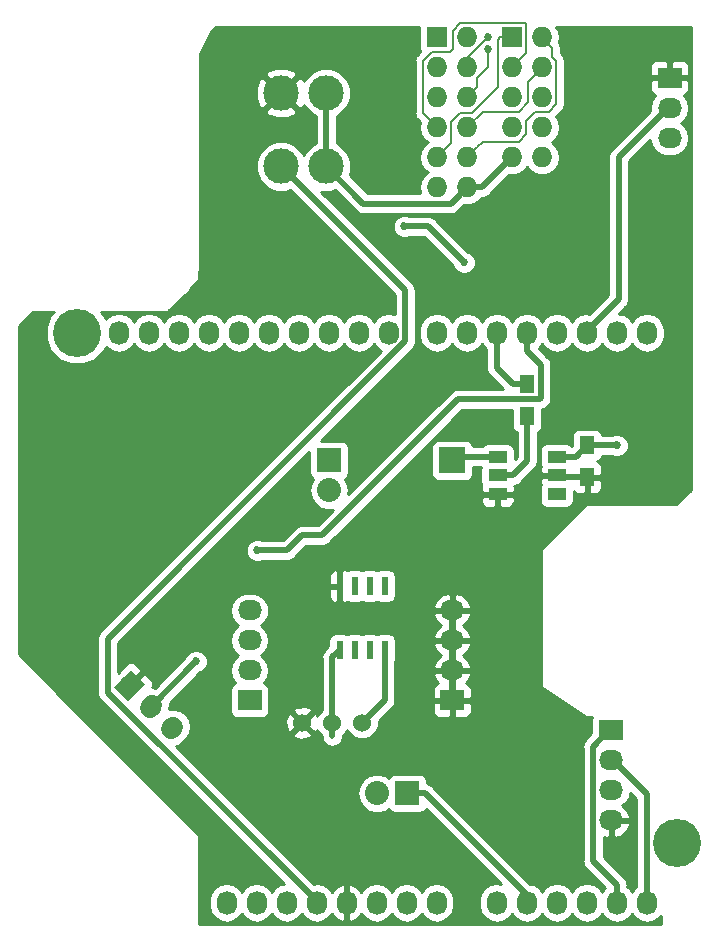
<source format=gtl>
G04 #@! TF.GenerationSoftware,KiCad,Pcbnew,5.0.0-rc2*
G04 #@! TF.CreationDate,2018-12-02T00:46:08-05:00*
G04 #@! TF.ProjectId,uno,756E6F2E6B696361645F706362000000,v1.0*
G04 #@! TF.SameCoordinates,Original*
G04 #@! TF.FileFunction,Copper,L1,Top,Signal*
G04 #@! TF.FilePolarity,Positive*
%FSLAX46Y46*%
G04 Gerber Fmt 4.6, Leading zero omitted, Abs format (unit mm)*
G04 Created by KiCad (PCBNEW 5.0.0-rc2) date Sun Dec  2 00:46:08 2018*
%MOMM*%
%LPD*%
G01*
G04 APERTURE LIST*
G04 #@! TA.AperFunction,ComponentPad*
%ADD10O,2.032000X1.727200*%
G04 #@! TD*
G04 #@! TA.AperFunction,ComponentPad*
%ADD11R,2.032000X1.727200*%
G04 #@! TD*
G04 #@! TA.AperFunction,ComponentPad*
%ADD12O,1.727200X2.032000*%
G04 #@! TD*
G04 #@! TA.AperFunction,ComponentPad*
%ADD13C,1.727200*%
G04 #@! TD*
G04 #@! TA.AperFunction,ComponentPad*
%ADD14C,4.064000*%
G04 #@! TD*
G04 #@! TA.AperFunction,SMDPad,CuDef*
%ADD15R,1.600000X1.000000*%
G04 #@! TD*
G04 #@! TA.AperFunction,ComponentPad*
%ADD16R,1.727200X1.727200*%
G04 #@! TD*
G04 #@! TA.AperFunction,ComponentPad*
%ADD17O,1.727200X1.727200*%
G04 #@! TD*
G04 #@! TA.AperFunction,ComponentPad*
%ADD18C,2.999740*%
G04 #@! TD*
G04 #@! TA.AperFunction,ComponentPad*
%ADD19R,2.235200X2.235200*%
G04 #@! TD*
G04 #@! TA.AperFunction,Conductor*
%ADD20C,1.727200*%
G04 #@! TD*
G04 #@! TA.AperFunction,Conductor*
%ADD21C,0.100000*%
G04 #@! TD*
G04 #@! TA.AperFunction,ComponentPad*
%ADD22C,1.524000*%
G04 #@! TD*
G04 #@! TA.AperFunction,SMDPad,CuDef*
%ADD23R,0.600000X1.550000*%
G04 #@! TD*
G04 #@! TA.AperFunction,SMDPad,CuDef*
%ADD24R,1.300000X1.500000*%
G04 #@! TD*
G04 #@! TA.AperFunction,ComponentPad*
%ADD25O,2.032000X2.032000*%
G04 #@! TD*
G04 #@! TA.AperFunction,ComponentPad*
%ADD26R,2.032000X2.032000*%
G04 #@! TD*
G04 #@! TA.AperFunction,ViaPad*
%ADD27C,0.685800*%
G04 #@! TD*
G04 #@! TA.AperFunction,Conductor*
%ADD28C,0.508000*%
G04 #@! TD*
G04 #@! TA.AperFunction,Conductor*
%ADD29C,0.152400*%
G04 #@! TD*
G04 #@! TA.AperFunction,Conductor*
%ADD30C,0.254000*%
G04 #@! TD*
G04 APERTURE END LIST*
D10*
G04 #@! TO.P,P1,4*
G04 #@! TO.N,+5V*
X67310000Y-83820000D03*
G04 #@! TO.P,P1,3*
X67310000Y-86360000D03*
G04 #@! TO.P,P1,2*
X67310000Y-88900000D03*
D11*
G04 #@! TO.P,P1,1*
X67310000Y-91440000D03*
G04 #@! TD*
D12*
G04 #@! TO.P,U5,NC*
G04 #@! TO.N,Net-(U5-PadNC)*
X48209200Y-108585000D03*
G04 #@! TO.P,U5,IO*
G04 #@! TO.N,IOREF*
X50749200Y-108585000D03*
G04 #@! TO.P,U5,RST*
G04 #@! TO.N,RESET*
X53289200Y-108585000D03*
G04 #@! TO.P,U5,3V3*
G04 #@! TO.N,+3V3*
X55829200Y-108585000D03*
G04 #@! TO.P,U5,5V*
G04 #@! TO.N,+5V*
X58369200Y-108585000D03*
G04 #@! TO.P,U5,GND1*
G04 #@! TO.N,GND*
X60909200Y-108585000D03*
G04 #@! TO.P,U5,GND2*
X63449200Y-108585000D03*
G04 #@! TO.P,U5,VIN*
G04 #@! TO.N,VIN*
X65989200Y-108585000D03*
G04 #@! TO.P,U5,A0*
G04 #@! TO.N,/A0*
X71094600Y-108585000D03*
G04 #@! TO.P,U5,A1*
G04 #@! TO.N,/A1*
X73634600Y-108585000D03*
G04 #@! TO.P,U5,A2*
G04 #@! TO.N,/A2*
X76174600Y-108585000D03*
G04 #@! TO.P,U5,A5*
G04 #@! TO.N,/A5*
X83794600Y-108585000D03*
G04 #@! TO.P,U5,A4*
G04 #@! TO.N,/A4*
X81254600Y-108585000D03*
G04 #@! TO.P,U5,A3*
G04 #@! TO.N,/A3*
X78714600Y-108585000D03*
G04 #@! TO.P,U5,D1*
G04 #@! TO.N,/D1*
X81254600Y-60325000D03*
G04 #@! TO.P,U5,D0*
G04 #@! TO.N,/D0*
X83794600Y-60325000D03*
G04 #@! TO.P,U5,D5*
G04 #@! TO.N,/D5*
X71094600Y-60325000D03*
G04 #@! TO.P,U5,D4*
G04 #@! TO.N,/D4*
X73634600Y-60325000D03*
G04 #@! TO.P,U5,D6*
G04 #@! TO.N,/D6*
X68554600Y-60325000D03*
G04 #@! TO.P,U5,D7*
G04 #@! TO.N,/D7*
X66014600Y-60325000D03*
G04 #@! TO.P,U5,D3*
G04 #@! TO.N,/D3*
X76174600Y-60325000D03*
G04 #@! TO.P,U5,D2*
G04 #@! TO.N,/D2*
X78714600Y-60325000D03*
G04 #@! TO.P,U5,D13*
G04 #@! TO.N,/D13*
X49250600Y-60325000D03*
G04 #@! TO.P,U5,D12*
G04 #@! TO.N,/D12*
X51790600Y-60325000D03*
G04 #@! TO.P,U5,D11*
G04 #@! TO.N,/D11*
X54330600Y-60325000D03*
G04 #@! TO.P,U5,D8*
G04 #@! TO.N,/D8*
X61950600Y-60325000D03*
G04 #@! TO.P,U5,D9*
G04 #@! TO.N,/D9*
X59410600Y-60325000D03*
G04 #@! TO.P,U5,D10*
G04 #@! TO.N,/CS*
X56870600Y-60325000D03*
G04 #@! TO.P,U5,AREF*
G04 #@! TO.N,/AREF*
X44170600Y-60325000D03*
G04 #@! TO.P,U5,GND3*
G04 #@! TO.N,GND*
X46710600Y-60325000D03*
G04 #@! TO.P,U5,SCL*
G04 #@! TO.N,/A5*
X39090600Y-60325000D03*
G04 #@! TO.P,U5,SDA*
G04 #@! TO.N,/A4*
X41630600Y-60325000D03*
D13*
G04 #@! TO.P,U5,H1*
G04 #@! TO.N,N/C*
X35509200Y-60375800D03*
G04 #@! TD*
D14*
G04 #@! TO.P,U2,1*
G04 #@! TO.N,Net-(U2-Pad1)*
X86360000Y-103505000D03*
G04 #@! TD*
G04 #@! TO.P,U3,1*
G04 #@! TO.N,Net-(U3-Pad1)*
X35560000Y-60325000D03*
G04 #@! TD*
D15*
G04 #@! TO.P,LED1,4*
G04 #@! TO.N,N/C*
X76160000Y-73990000D03*
G04 #@! TO.P,LED1,5*
G04 #@! TO.N,+5V*
X76160000Y-72390000D03*
G04 #@! TO.P,LED1,6*
G04 #@! TO.N,GND*
X76160000Y-70790000D03*
G04 #@! TO.P,LED1,3*
G04 #@! TO.N,+5V*
X71160000Y-73990000D03*
G04 #@! TO.P,LED1,2*
G04 #@! TO.N,Net-(LED1-Pad2)*
X71160000Y-72390000D03*
G04 #@! TO.P,LED1,1*
G04 #@! TO.N,/UNUSED*
X71160000Y-70790000D03*
G04 #@! TD*
D16*
G04 #@! TO.P,P2,1*
G04 #@! TO.N,/CLKOUT*
X72390000Y-35306000D03*
D17*
G04 #@! TO.P,P2,2*
G04 #@! TO.N,/INT*
X74930000Y-35306000D03*
G04 #@! TO.P,P2,3*
G04 #@! TO.N,/WOL*
X72390000Y-37846000D03*
G04 #@! TO.P,P2,4*
G04 #@! TO.N,/D12*
X74930000Y-37846000D03*
G04 #@! TO.P,P2,5*
G04 #@! TO.N,/D11*
X72390000Y-40386000D03*
G04 #@! TO.P,P2,6*
G04 #@! TO.N,/D13*
X74930000Y-40386000D03*
G04 #@! TO.P,P2,7*
G04 #@! TO.N,/CS*
X72390000Y-42926000D03*
G04 #@! TO.P,P2,8*
G04 #@! TO.N,/RST*
X74930000Y-42926000D03*
G04 #@! TO.P,P2,9*
G04 #@! TO.N,/VCC_Branch*
X72390000Y-45466000D03*
G04 #@! TO.P,P2,10*
G04 #@! TO.N,GND*
X74930000Y-45466000D03*
G04 #@! TD*
D18*
G04 #@! TO.P,P3,1*
G04 #@! TO.N,+3V3*
X52832000Y-46228000D03*
G04 #@! TO.P,P3,2*
G04 #@! TO.N,/VCC_Branch*
X56642000Y-46228000D03*
G04 #@! TD*
G04 #@! TO.P,P4,2*
G04 #@! TO.N,/VCC_Branch*
X56642000Y-40006500D03*
G04 #@! TO.P,P4,1*
G04 #@! TO.N,+5V*
X52832000Y-40006500D03*
G04 #@! TD*
D11*
G04 #@! TO.P,P5,1*
G04 #@! TO.N,GND*
X50165000Y-91440000D03*
D10*
G04 #@! TO.P,P5,2*
X50165000Y-88900000D03*
G04 #@! TO.P,P5,3*
X50165000Y-86360000D03*
G04 #@! TO.P,P5,4*
X50165000Y-83820000D03*
G04 #@! TD*
D19*
G04 #@! TO.P,P6,1*
G04 #@! TO.N,/UNUSED*
X67310000Y-71120000D03*
G04 #@! TD*
D16*
G04 #@! TO.P,P7,1*
G04 #@! TO.N,GND*
X66040000Y-35306000D03*
D17*
G04 #@! TO.P,P7,2*
G04 #@! TO.N,/Q3*
X68580000Y-35306000D03*
G04 #@! TO.P,P7,3*
G04 #@! TO.N,/CS*
X66040000Y-37846000D03*
G04 #@! TO.P,P7,4*
G04 #@! TO.N,/RST*
X68580000Y-37846000D03*
G04 #@! TO.P,P7,5*
G04 #@! TO.N,/D11*
X66040000Y-40386000D03*
G04 #@! TO.P,P7,6*
G04 #@! TO.N,/D13*
X68580000Y-40386000D03*
G04 #@! TO.P,P7,7*
G04 #@! TO.N,/WOL*
X66040000Y-42926000D03*
G04 #@! TO.P,P7,8*
G04 #@! TO.N,/D12*
X68580000Y-42926000D03*
G04 #@! TO.P,P7,9*
G04 #@! TO.N,/CLKOUT*
X66040000Y-45466000D03*
G04 #@! TO.P,P7,10*
G04 #@! TO.N,/INT*
X68580000Y-45466000D03*
G04 #@! TO.P,P7,11*
G04 #@! TO.N,GND*
X66040000Y-48006000D03*
G04 #@! TO.P,P7,12*
G04 #@! TO.N,/VCC_Branch*
X68580000Y-48006000D03*
G04 #@! TD*
D13*
G04 #@! TO.P,P8,3*
G04 #@! TO.N,GND*
X43597102Y-93762102D03*
D20*
G04 #@! TD*
G04 #@! TO.N,GND*
G04 #@! TO.C,P8*
X43489339Y-93869865D02*
X43704865Y-93654339D01*
D13*
G04 #@! TO.P,P8,2*
G04 #@! TO.N,/D4*
X41801051Y-91966051D03*
D20*
G04 #@! TD*
G04 #@! TO.N,/D4*
G04 #@! TO.C,P8*
X41693288Y-92073814D02*
X41908814Y-91858288D01*
D13*
G04 #@! TO.P,P8,1*
G04 #@! TO.N,+5V*
X40005000Y-90170000D03*
D21*
G04 #@! TD*
G04 #@! TO.N,+5V*
G04 #@! TO.C,P8*
G36*
X39897237Y-91499078D02*
X38675922Y-90277763D01*
X40112763Y-88840922D01*
X41334078Y-90062237D01*
X39897237Y-91499078D01*
X39897237Y-91499078D01*
G37*
D11*
G04 #@! TO.P,P9,1*
G04 #@! TO.N,+5V*
X85725000Y-38735000D03*
D10*
G04 #@! TO.P,P9,2*
G04 #@! TO.N,/D2*
X85725000Y-41275000D03*
G04 #@! TO.P,P9,3*
G04 #@! TO.N,GND*
X85725000Y-43815000D03*
G04 #@! TD*
D22*
G04 #@! TO.P,P10,2*
G04 #@! TO.N,/A0*
X57150000Y-93345000D03*
G04 #@! TO.P,P10,3*
G04 #@! TO.N,GND*
X59690000Y-93345000D03*
G04 #@! TO.P,P10,1*
G04 #@! TO.N,+5V*
X54610000Y-93345000D03*
G04 #@! TD*
D23*
G04 #@! TO.P,U6,1*
G04 #@! TO.N,/A0*
X57785000Y-87155000D03*
G04 #@! TO.P,U6,2*
G04 #@! TO.N,Net-(U6-Pad2)*
X59055000Y-87155000D03*
G04 #@! TO.P,U6,3*
G04 #@! TO.N,Net-(U6-Pad3)*
X60325000Y-87155000D03*
G04 #@! TO.P,U6,4*
G04 #@! TO.N,GND*
X61595000Y-87155000D03*
G04 #@! TO.P,U6,5*
G04 #@! TO.N,Net-(U6-Pad5)*
X61595000Y-81755000D03*
G04 #@! TO.P,U6,6*
G04 #@! TO.N,Net-(U6-Pad6)*
X60325000Y-81755000D03*
G04 #@! TO.P,U6,7*
G04 #@! TO.N,Net-(U6-Pad7)*
X59055000Y-81755000D03*
G04 #@! TO.P,U6,8*
G04 #@! TO.N,+5V*
X57785000Y-81755000D03*
G04 #@! TD*
D24*
G04 #@! TO.P,C1,2*
G04 #@! TO.N,GND*
X78740000Y-69850000D03*
G04 #@! TO.P,C1,1*
G04 #@! TO.N,+5V*
X78740000Y-72550000D03*
G04 #@! TD*
G04 #@! TO.P,R1,1*
G04 #@! TO.N,/D5*
X73660000Y-64690000D03*
G04 #@! TO.P,R1,2*
G04 #@! TO.N,Net-(LED1-Pad2)*
X73660000Y-67390000D03*
G04 #@! TD*
D25*
G04 #@! TO.P,P11,2*
G04 #@! TO.N,GND*
X60960000Y-99314000D03*
D26*
G04 #@! TO.P,P11,1*
G04 #@! TO.N,/A1*
X63500000Y-99314000D03*
G04 #@! TD*
G04 #@! TO.P,P12,1*
G04 #@! TO.N,/D3*
X56896000Y-71120000D03*
D25*
G04 #@! TO.P,P12,2*
G04 #@! TO.N,GND*
X56896000Y-73660000D03*
G04 #@! TD*
D11*
G04 #@! TO.P,P13,1*
G04 #@! TO.N,/A4*
X80772000Y-93980000D03*
D10*
G04 #@! TO.P,P13,2*
G04 #@! TO.N,/A5*
X80772000Y-96520000D03*
G04 #@! TO.P,P13,3*
G04 #@! TO.N,GND*
X80772000Y-99060000D03*
G04 #@! TO.P,P13,4*
G04 #@! TO.N,+5V*
X80772000Y-101600000D03*
G04 #@! TD*
D27*
G04 #@! TO.N,GND*
X81280000Y-69850000D03*
X63246000Y-51308000D03*
X68326000Y-54356000D03*
G04 #@! TO.N,/RST*
X70358000Y-35306000D03*
G04 #@! TO.N,/D13*
X70358000Y-36322000D03*
G04 #@! TO.N,/D4*
X45629102Y-88138000D03*
X50800000Y-78740000D03*
G04 #@! TD*
D28*
G04 #@! TO.N,GND*
X61595000Y-91440000D02*
X61595000Y-87155000D01*
X59690000Y-93345000D02*
X61595000Y-91440000D01*
X77800000Y-70790000D02*
X78740000Y-69850000D01*
X76160000Y-70790000D02*
X77800000Y-70790000D01*
X78740000Y-69850000D02*
X81280000Y-69850000D01*
X81280000Y-69850000D02*
X81280000Y-69850000D01*
G04 #@! TO.N,/A4*
X79247990Y-95351610D02*
X80619600Y-93980000D01*
X79247990Y-105054390D02*
X79247990Y-95351610D01*
X80619600Y-93980000D02*
X80772000Y-93980000D01*
X81254600Y-107061000D02*
X79247990Y-105054390D01*
X81254600Y-108585000D02*
X81254600Y-107061000D01*
G04 #@! TO.N,/A5*
X80924400Y-96520000D02*
X80772000Y-96520000D01*
X83794600Y-99390200D02*
X80924400Y-96520000D01*
X83794600Y-108585000D02*
X83794600Y-99390200D01*
G04 #@! TO.N,+5V*
X76320000Y-72550000D02*
X76160000Y-72390000D01*
X78740000Y-72550000D02*
X76320000Y-72550000D01*
G04 #@! TO.N,GND*
X63246000Y-51308000D02*
X65278000Y-51308000D01*
X65278000Y-51308000D02*
X68326000Y-54356000D01*
X68326000Y-54356000D02*
X68326000Y-54356000D01*
G04 #@! TO.N,+5V*
X67310000Y-91440000D02*
X67310000Y-83820000D01*
G04 #@! TO.N,/D5*
X71094600Y-61849000D02*
X71094600Y-60325000D01*
X71094600Y-63282600D02*
X71094600Y-61849000D01*
X72502000Y-64690000D02*
X71094600Y-63282600D01*
X73660000Y-64690000D02*
X72502000Y-64690000D01*
G04 #@! TO.N,/UNUSED*
X67640000Y-70790000D02*
X67310000Y-71120000D01*
X71160000Y-70790000D02*
X67640000Y-70790000D01*
G04 #@! TO.N,/VCC_Branch*
X56642000Y-40006500D02*
X56642000Y-46228000D01*
X67716401Y-48869599D02*
X68580000Y-48006000D01*
X67208399Y-49377601D02*
X67716401Y-48869599D01*
X59791601Y-49377601D02*
X67208399Y-49377601D01*
X56642000Y-46228000D02*
X59791601Y-49377601D01*
X69850000Y-48006000D02*
X72390000Y-45466000D01*
X68580000Y-48006000D02*
X69850000Y-48006000D01*
D29*
G04 #@! TO.N,/RST*
X68580000Y-37084000D02*
X68580000Y-37846000D01*
X70358000Y-35306000D02*
X68580000Y-37084000D01*
D28*
G04 #@! TO.N,/CS*
X56870600Y-60325000D02*
X56870600Y-60172600D01*
D29*
G04 #@! TO.N,/D13*
X69443599Y-38749227D02*
X70358000Y-37834826D01*
X69443599Y-39522401D02*
X69443599Y-38749227D01*
X68580000Y-40386000D02*
X69443599Y-39522401D01*
X70358000Y-37834826D02*
X70358000Y-36322000D01*
X70358000Y-36322000D02*
X70358000Y-36322000D01*
G04 #@! TO.N,/D12*
X74066401Y-38709599D02*
X74930000Y-37846000D01*
X73736199Y-40806627D02*
X73736199Y-39039801D01*
X72963025Y-41579801D02*
X73736199Y-40806627D01*
X73736199Y-39039801D02*
X74066401Y-38709599D01*
X69926199Y-41579801D02*
X72963025Y-41579801D01*
X68580000Y-42926000D02*
X69926199Y-41579801D01*
G04 #@! TO.N,/WOL*
X73253599Y-36982401D02*
X72390000Y-37846000D01*
X73583801Y-36652199D02*
X73253599Y-36982401D01*
X68006975Y-34112199D02*
X73517761Y-34112199D01*
X67386199Y-34732975D02*
X68006975Y-34112199D01*
X67386199Y-36281363D02*
X67386199Y-34732975D01*
X67167761Y-36499801D02*
X67386199Y-36281363D01*
X73583801Y-34178239D02*
X73583801Y-36652199D01*
X65619373Y-36499801D02*
X67167761Y-36499801D01*
X73517761Y-34112199D02*
X73583801Y-34178239D01*
X64846199Y-37272975D02*
X65619373Y-36499801D01*
X64846199Y-41732199D02*
X64846199Y-37272975D01*
X66040000Y-42926000D02*
X64846199Y-41732199D01*
G04 #@! TO.N,/INT*
X69443599Y-44602401D02*
X68580000Y-45466000D01*
X69926199Y-44119801D02*
X69443599Y-44602401D01*
X73583801Y-42352975D02*
X73583801Y-43499025D01*
X74356975Y-41579801D02*
X73583801Y-42352975D01*
X75503025Y-41579801D02*
X74356975Y-41579801D01*
X72963025Y-44119801D02*
X69926199Y-44119801D01*
X76123801Y-40959025D02*
X75503025Y-41579801D01*
X76123801Y-37272975D02*
X76123801Y-40959025D01*
X73583801Y-43499025D02*
X72963025Y-44119801D01*
X75793599Y-36942773D02*
X76123801Y-37272975D01*
X75793599Y-36169599D02*
X75793599Y-36942773D01*
X74930000Y-35306000D02*
X75793599Y-36169599D01*
G04 #@! TO.N,/CLKOUT*
X66903599Y-44602401D02*
X66040000Y-45466000D01*
X67233801Y-44272199D02*
X66903599Y-44602401D01*
X67233801Y-42505373D02*
X67233801Y-44272199D01*
X68006975Y-41732199D02*
X67233801Y-42505373D01*
X69000627Y-41732199D02*
X68006975Y-41732199D01*
X71196199Y-39536627D02*
X69000627Y-41732199D01*
X71374000Y-35306000D02*
X71196199Y-35483801D01*
X71196199Y-35483801D02*
X71196199Y-39536627D01*
X72390000Y-35306000D02*
X71374000Y-35306000D01*
D28*
G04 #@! TO.N,+3V3*
X54331869Y-47727869D02*
X52832000Y-46228000D01*
X63322210Y-56718210D02*
X54331869Y-47727869D01*
X63322210Y-61045539D02*
X63322210Y-56718210D01*
X38167912Y-86199837D02*
X63322210Y-61045539D01*
X38167912Y-90771312D02*
X38167912Y-86199837D01*
X55829200Y-108432600D02*
X38167912Y-90771312D01*
X55829200Y-108585000D02*
X55829200Y-108432600D01*
G04 #@! TO.N,/D4*
X73634600Y-60325000D02*
X73634600Y-60172600D01*
X74818001Y-65846401D02*
X74818001Y-63032401D01*
X74716401Y-65948001D02*
X74818001Y-65846401D01*
X73634600Y-61849000D02*
X73634600Y-60325000D01*
X67819101Y-65948001D02*
X74716401Y-65948001D01*
X74818001Y-63032401D02*
X73634600Y-61849000D01*
X41801051Y-91966051D02*
X45629102Y-88138000D01*
X50800000Y-78740000D02*
X53340000Y-78740000D01*
X53340000Y-78740000D02*
X54610000Y-77470000D01*
X54610000Y-77470000D02*
X56297102Y-77470000D01*
X56297102Y-77470000D02*
X67819101Y-65948001D01*
X50800000Y-78740000D02*
X50800000Y-78740000D01*
G04 #@! TO.N,/D3*
X76174600Y-60325000D02*
X76174600Y-60172600D01*
X76174600Y-60325000D02*
X76174600Y-60477400D01*
G04 #@! TO.N,/A0*
X57124600Y-93370400D02*
X57150000Y-93345000D01*
X57150000Y-87790000D02*
X57785000Y-87155000D01*
X57150000Y-93345000D02*
X57150000Y-87790000D01*
X57150000Y-94422630D02*
X57150000Y-93345000D01*
X57150000Y-94488000D02*
X57150000Y-94422630D01*
X71094600Y-108585000D02*
X71094600Y-108432600D01*
G04 #@! TO.N,/A1*
X65024000Y-99314000D02*
X63500000Y-99314000D01*
X73634600Y-107924600D02*
X65024000Y-99314000D01*
X73634600Y-108585000D02*
X73634600Y-107924600D01*
G04 #@! TO.N,/D2*
X78714600Y-60172600D02*
X78714600Y-60325000D01*
X81407010Y-57480190D02*
X78714600Y-60172600D01*
X81407010Y-45440590D02*
X81407010Y-57480190D01*
X85572600Y-41275000D02*
X81407010Y-45440590D01*
X85725000Y-41275000D02*
X85572600Y-41275000D01*
G04 #@! TO.N,Net-(LED1-Pad2)*
X71160000Y-72390000D02*
X72468001Y-72389999D01*
X73660000Y-71198000D02*
X73660000Y-67390000D01*
X72468001Y-72389999D02*
X73660000Y-71198000D01*
G04 #@! TD*
D30*
G04 #@! TO.N,+5V*
G36*
X87503000Y-73607394D02*
X86307394Y-74803000D01*
X78740000Y-74803000D01*
X78691399Y-74812667D01*
X78650197Y-74840197D01*
X74840197Y-78650197D01*
X74812667Y-78691399D01*
X74803000Y-78740000D01*
X74803000Y-90170000D01*
X74812667Y-90218601D01*
X74840197Y-90259803D01*
X74859553Y-90275670D01*
X78669553Y-92815670D01*
X78740000Y-92837000D01*
X79178981Y-92837000D01*
X79157843Y-92868635D01*
X79108560Y-93116400D01*
X79108560Y-94233805D01*
X78681284Y-94661081D01*
X78607058Y-94710677D01*
X78557462Y-94784903D01*
X78557461Y-94784904D01*
X78410572Y-95004740D01*
X78341574Y-95351610D01*
X78358991Y-95439169D01*
X78358990Y-104966835D01*
X78341574Y-105054390D01*
X78358990Y-105141945D01*
X78410571Y-105401259D01*
X78607057Y-105695322D01*
X78681283Y-105744918D01*
X80242727Y-107306363D01*
X80174170Y-107352171D01*
X79984600Y-107635882D01*
X79795029Y-107352170D01*
X79299324Y-107020950D01*
X78714600Y-106904641D01*
X78129875Y-107020951D01*
X77634170Y-107352171D01*
X77444600Y-107635882D01*
X77255029Y-107352170D01*
X76759324Y-107020950D01*
X76174600Y-106904641D01*
X75589875Y-107020951D01*
X75094170Y-107352171D01*
X74904600Y-107635882D01*
X74715029Y-107352170D01*
X74219324Y-107020950D01*
X73930794Y-106963558D01*
X65714531Y-98747296D01*
X65664933Y-98673067D01*
X65370870Y-98476581D01*
X65163440Y-98435320D01*
X65163440Y-98298000D01*
X65114157Y-98050235D01*
X64973809Y-97840191D01*
X64763765Y-97699843D01*
X64516000Y-97650560D01*
X62484000Y-97650560D01*
X62236235Y-97699843D01*
X62026191Y-97840191D01*
X61933537Y-97978856D01*
X61604188Y-97758792D01*
X61122609Y-97663000D01*
X60797391Y-97663000D01*
X60315812Y-97758792D01*
X59769695Y-98123695D01*
X59404792Y-98669812D01*
X59276655Y-99314000D01*
X59404792Y-99958188D01*
X59769695Y-100504305D01*
X60315812Y-100869208D01*
X60797391Y-100965000D01*
X61122609Y-100965000D01*
X61604188Y-100869208D01*
X61933537Y-100649144D01*
X62026191Y-100787809D01*
X62236235Y-100928157D01*
X62484000Y-100977440D01*
X64516000Y-100977440D01*
X64763765Y-100928157D01*
X64973809Y-100787809D01*
X65080661Y-100627896D01*
X71422661Y-106969896D01*
X71094600Y-106904641D01*
X70509875Y-107020951D01*
X70014170Y-107352171D01*
X69682950Y-107847876D01*
X69596000Y-108285003D01*
X69596001Y-108884998D01*
X69682951Y-109322125D01*
X70014171Y-109817830D01*
X70509876Y-110149050D01*
X71094600Y-110265359D01*
X71679325Y-110149049D01*
X72175030Y-109817829D01*
X72364600Y-109534118D01*
X72554171Y-109817830D01*
X73049876Y-110149050D01*
X73634600Y-110265359D01*
X74219325Y-110149049D01*
X74715030Y-109817829D01*
X74904600Y-109534118D01*
X75094171Y-109817830D01*
X75589876Y-110149050D01*
X76174600Y-110265359D01*
X76759325Y-110149049D01*
X77255030Y-109817829D01*
X77444600Y-109534118D01*
X77634171Y-109817830D01*
X78129876Y-110149050D01*
X78714600Y-110265359D01*
X79299325Y-110149049D01*
X79795030Y-109817829D01*
X79984600Y-109534118D01*
X80174171Y-109817830D01*
X80669876Y-110149050D01*
X81254600Y-110265359D01*
X81839325Y-110149049D01*
X82335030Y-109817829D01*
X82524600Y-109534118D01*
X82714171Y-109817830D01*
X83209876Y-110149050D01*
X83794600Y-110265359D01*
X84379325Y-110149049D01*
X84875030Y-109817829D01*
X84963000Y-109686173D01*
X84963000Y-110363000D01*
X45847000Y-110363000D01*
X45847000Y-102870000D01*
X45837333Y-102821399D01*
X45809803Y-102780197D01*
X34259957Y-91230351D01*
X30607000Y-87480627D01*
X30607000Y-59742606D01*
X31802606Y-58547000D01*
X33566292Y-58547000D01*
X33299026Y-58814266D01*
X32893000Y-59794501D01*
X32893000Y-60855499D01*
X33299026Y-61835734D01*
X34049266Y-62585974D01*
X35029501Y-62992000D01*
X36090499Y-62992000D01*
X37070734Y-62585974D01*
X37820974Y-61835734D01*
X37964437Y-61489384D01*
X38010171Y-61557830D01*
X38505876Y-61889050D01*
X39090600Y-62005359D01*
X39675325Y-61889049D01*
X40171030Y-61557829D01*
X40360600Y-61274118D01*
X40550171Y-61557830D01*
X41045876Y-61889050D01*
X41630600Y-62005359D01*
X42215325Y-61889049D01*
X42711030Y-61557829D01*
X42900600Y-61274118D01*
X43090171Y-61557830D01*
X43585876Y-61889050D01*
X44170600Y-62005359D01*
X44755325Y-61889049D01*
X45251030Y-61557829D01*
X45440600Y-61274118D01*
X45630171Y-61557830D01*
X46125876Y-61889050D01*
X46710600Y-62005359D01*
X47295325Y-61889049D01*
X47791030Y-61557829D01*
X47980600Y-61274118D01*
X48170171Y-61557830D01*
X48665876Y-61889050D01*
X49250600Y-62005359D01*
X49835325Y-61889049D01*
X50331030Y-61557829D01*
X50520600Y-61274118D01*
X50710171Y-61557830D01*
X51205876Y-61889050D01*
X51790600Y-62005359D01*
X52375325Y-61889049D01*
X52871030Y-61557829D01*
X53060600Y-61274118D01*
X53250171Y-61557830D01*
X53745876Y-61889050D01*
X54330600Y-62005359D01*
X54915325Y-61889049D01*
X55411030Y-61557829D01*
X55600600Y-61274118D01*
X55790171Y-61557830D01*
X56285876Y-61889050D01*
X56870600Y-62005359D01*
X57455325Y-61889049D01*
X57951030Y-61557829D01*
X58140600Y-61274118D01*
X58330171Y-61557830D01*
X58825876Y-61889050D01*
X59410600Y-62005359D01*
X59995325Y-61889049D01*
X60491030Y-61557829D01*
X60680600Y-61274118D01*
X60870171Y-61557830D01*
X61279307Y-61831206D01*
X37601206Y-85509308D01*
X37526980Y-85558904D01*
X37477384Y-85633130D01*
X37477383Y-85633131D01*
X37330494Y-85852967D01*
X37261496Y-86199837D01*
X37278913Y-86287396D01*
X37278912Y-90683757D01*
X37261496Y-90771312D01*
X37278912Y-90858867D01*
X37330493Y-91118181D01*
X37526979Y-91412244D01*
X37601205Y-91461840D01*
X53084686Y-106945322D01*
X52704475Y-107020951D01*
X52208770Y-107352171D01*
X52019200Y-107635882D01*
X51829629Y-107352170D01*
X51333924Y-107020950D01*
X50749200Y-106904641D01*
X50164475Y-107020951D01*
X49668770Y-107352171D01*
X49479200Y-107635882D01*
X49289629Y-107352170D01*
X48793924Y-107020950D01*
X48209200Y-106904641D01*
X47624475Y-107020951D01*
X47128770Y-107352171D01*
X46797550Y-107847876D01*
X46710600Y-108285003D01*
X46710601Y-108884998D01*
X46797551Y-109322125D01*
X47128771Y-109817830D01*
X47624476Y-110149050D01*
X48209200Y-110265359D01*
X48793925Y-110149049D01*
X49289630Y-109817829D01*
X49479200Y-109534118D01*
X49668771Y-109817830D01*
X50164476Y-110149050D01*
X50749200Y-110265359D01*
X51333925Y-110149049D01*
X51829630Y-109817829D01*
X52019200Y-109534118D01*
X52208771Y-109817830D01*
X52704476Y-110149050D01*
X53289200Y-110265359D01*
X53873925Y-110149049D01*
X54369630Y-109817829D01*
X54559200Y-109534118D01*
X54748771Y-109817830D01*
X55244476Y-110149050D01*
X55829200Y-110265359D01*
X56413925Y-110149049D01*
X56909630Y-109817829D01*
X57103109Y-109528267D01*
X57467164Y-109935732D01*
X57994409Y-110189709D01*
X58010174Y-110192358D01*
X58242200Y-110071217D01*
X58242200Y-108712000D01*
X58222200Y-108712000D01*
X58222200Y-108458000D01*
X58242200Y-108458000D01*
X58242200Y-107098783D01*
X58496200Y-107098783D01*
X58496200Y-108458000D01*
X58516200Y-108458000D01*
X58516200Y-108712000D01*
X58496200Y-108712000D01*
X58496200Y-110071217D01*
X58728226Y-110192358D01*
X58743991Y-110189709D01*
X59271236Y-109935732D01*
X59635291Y-109528267D01*
X59828771Y-109817830D01*
X60324476Y-110149050D01*
X60909200Y-110265359D01*
X61493925Y-110149049D01*
X61989630Y-109817829D01*
X62179200Y-109534118D01*
X62368771Y-109817830D01*
X62864476Y-110149050D01*
X63449200Y-110265359D01*
X64033925Y-110149049D01*
X64529630Y-109817829D01*
X64719200Y-109534118D01*
X64908771Y-109817830D01*
X65404476Y-110149050D01*
X65989200Y-110265359D01*
X66573925Y-110149049D01*
X67069630Y-109817829D01*
X67400850Y-109322124D01*
X67487800Y-108884997D01*
X67487799Y-108285002D01*
X67400849Y-107847875D01*
X67069629Y-107352170D01*
X66573924Y-107020950D01*
X65989200Y-106904641D01*
X65404475Y-107020951D01*
X64908770Y-107352171D01*
X64719200Y-107635882D01*
X64529629Y-107352170D01*
X64033924Y-107020950D01*
X63449200Y-106904641D01*
X62864475Y-107020951D01*
X62368770Y-107352171D01*
X62179200Y-107635882D01*
X61989629Y-107352170D01*
X61493924Y-107020950D01*
X60909200Y-106904641D01*
X60324475Y-107020951D01*
X59828770Y-107352171D01*
X59635291Y-107641733D01*
X59271236Y-107234268D01*
X58743991Y-106980291D01*
X58728226Y-106977642D01*
X58496200Y-107098783D01*
X58242200Y-107098783D01*
X58010174Y-106977642D01*
X57994409Y-106980291D01*
X57467164Y-107234268D01*
X57103109Y-107641733D01*
X56909629Y-107352170D01*
X56413924Y-107020950D01*
X55829200Y-106904641D01*
X55603393Y-106949557D01*
X43958364Y-95304529D01*
X44074063Y-95281515D01*
X44444641Y-95033902D01*
X44868902Y-94609641D01*
X45058951Y-94325213D01*
X53809392Y-94325213D01*
X53878857Y-94567397D01*
X54402302Y-94754144D01*
X54957368Y-94726362D01*
X55341143Y-94567397D01*
X55410608Y-94325213D01*
X54610000Y-93524605D01*
X53809392Y-94325213D01*
X45058951Y-94325213D01*
X45116515Y-94239063D01*
X45232823Y-93654339D01*
X45129979Y-93137302D01*
X53200856Y-93137302D01*
X53228638Y-93692368D01*
X53387603Y-94076143D01*
X53629787Y-94145608D01*
X54430395Y-93345000D01*
X54789605Y-93345000D01*
X55590213Y-94145608D01*
X55832397Y-94076143D01*
X55882535Y-93935607D01*
X55965680Y-94136337D01*
X56261000Y-94431657D01*
X56261000Y-94575555D01*
X56312581Y-94834869D01*
X56509067Y-95128932D01*
X56803130Y-95325418D01*
X57150000Y-95394416D01*
X57496869Y-95325419D01*
X57790932Y-95128933D01*
X57987418Y-94834870D01*
X58038999Y-94575556D01*
X58039000Y-94431657D01*
X58334320Y-94136337D01*
X58420000Y-93929487D01*
X58505680Y-94136337D01*
X58898663Y-94529320D01*
X59412119Y-94742000D01*
X59967881Y-94742000D01*
X60481337Y-94529320D01*
X60874320Y-94136337D01*
X61087000Y-93622881D01*
X61087000Y-93205235D01*
X62161709Y-92130527D01*
X62235932Y-92080933D01*
X62285526Y-92006710D01*
X62285529Y-92006707D01*
X62432418Y-91786871D01*
X62444575Y-91725750D01*
X65659000Y-91725750D01*
X65659000Y-92429910D01*
X65755673Y-92663299D01*
X65934302Y-92841927D01*
X66167691Y-92938600D01*
X67024250Y-92938600D01*
X67183000Y-92779850D01*
X67183000Y-91567000D01*
X67437000Y-91567000D01*
X67437000Y-92779850D01*
X67595750Y-92938600D01*
X68452309Y-92938600D01*
X68685698Y-92841927D01*
X68864327Y-92663299D01*
X68961000Y-92429910D01*
X68961000Y-91725750D01*
X68802250Y-91567000D01*
X67437000Y-91567000D01*
X67183000Y-91567000D01*
X65817750Y-91567000D01*
X65659000Y-91725750D01*
X62444575Y-91725750D01*
X62501416Y-91440000D01*
X62483999Y-91352441D01*
X62483999Y-90450090D01*
X65659000Y-90450090D01*
X65659000Y-91154250D01*
X65817750Y-91313000D01*
X67183000Y-91313000D01*
X67183000Y-89027000D01*
X67437000Y-89027000D01*
X67437000Y-91313000D01*
X68802250Y-91313000D01*
X68961000Y-91154250D01*
X68961000Y-90450090D01*
X68864327Y-90216701D01*
X68685698Y-90038073D01*
X68488139Y-89956241D01*
X68660732Y-89802036D01*
X68914709Y-89274791D01*
X68917358Y-89259026D01*
X68796217Y-89027000D01*
X67437000Y-89027000D01*
X67183000Y-89027000D01*
X65823783Y-89027000D01*
X65702642Y-89259026D01*
X65705291Y-89274791D01*
X65959268Y-89802036D01*
X66131861Y-89956241D01*
X65934302Y-90038073D01*
X65755673Y-90216701D01*
X65659000Y-90450090D01*
X62483999Y-90450090D01*
X62484000Y-88191470D01*
X62493157Y-88177765D01*
X62542440Y-87930000D01*
X62542440Y-86719026D01*
X65702642Y-86719026D01*
X65705291Y-86734791D01*
X65959268Y-87262036D01*
X66371108Y-87630000D01*
X65959268Y-87997964D01*
X65705291Y-88525209D01*
X65702642Y-88540974D01*
X65823783Y-88773000D01*
X67183000Y-88773000D01*
X67183000Y-86487000D01*
X67437000Y-86487000D01*
X67437000Y-88773000D01*
X68796217Y-88773000D01*
X68917358Y-88540974D01*
X68914709Y-88525209D01*
X68660732Y-87997964D01*
X68248892Y-87630000D01*
X68660732Y-87262036D01*
X68914709Y-86734791D01*
X68917358Y-86719026D01*
X68796217Y-86487000D01*
X67437000Y-86487000D01*
X67183000Y-86487000D01*
X65823783Y-86487000D01*
X65702642Y-86719026D01*
X62542440Y-86719026D01*
X62542440Y-86380000D01*
X62493157Y-86132235D01*
X62352809Y-85922191D01*
X62142765Y-85781843D01*
X61895000Y-85732560D01*
X61295000Y-85732560D01*
X61047235Y-85781843D01*
X60960000Y-85840132D01*
X60872765Y-85781843D01*
X60625000Y-85732560D01*
X60025000Y-85732560D01*
X59777235Y-85781843D01*
X59690000Y-85840132D01*
X59602765Y-85781843D01*
X59355000Y-85732560D01*
X58755000Y-85732560D01*
X58507235Y-85781843D01*
X58420000Y-85840132D01*
X58332765Y-85781843D01*
X58085000Y-85732560D01*
X57485000Y-85732560D01*
X57237235Y-85781843D01*
X57027191Y-85922191D01*
X56886843Y-86132235D01*
X56837560Y-86380000D01*
X56837560Y-86845205D01*
X56583294Y-87099471D01*
X56509068Y-87149067D01*
X56459472Y-87223293D01*
X56459471Y-87223294D01*
X56312582Y-87443130D01*
X56243584Y-87790000D01*
X56261001Y-87877559D01*
X56261000Y-92258343D01*
X55965680Y-92553663D01*
X55886572Y-92744647D01*
X55832397Y-92613857D01*
X55590213Y-92544392D01*
X54789605Y-93345000D01*
X54430395Y-93345000D01*
X53629787Y-92544392D01*
X53387603Y-92613857D01*
X53200856Y-93137302D01*
X45129979Y-93137302D01*
X45116515Y-93069615D01*
X44785295Y-92573909D01*
X44289589Y-92242689D01*
X43704865Y-92126381D01*
X43370204Y-92192949D01*
X43436772Y-91858288D01*
X43391856Y-91632481D01*
X45968415Y-89055923D01*
X46183038Y-88967023D01*
X46458125Y-88691936D01*
X46607002Y-88332516D01*
X46607002Y-87943484D01*
X46458125Y-87584064D01*
X46183038Y-87308977D01*
X45823618Y-87160100D01*
X45434586Y-87160100D01*
X45075166Y-87308977D01*
X44800079Y-87584064D01*
X44711179Y-87798687D01*
X42134621Y-90375246D01*
X41910232Y-90330612D01*
X41969077Y-90188547D01*
X41969078Y-89935928D01*
X41872405Y-89702539D01*
X41693777Y-89523910D01*
X41374489Y-89204622D01*
X41149983Y-89204622D01*
X40184605Y-90170000D01*
X40198748Y-90184143D01*
X40019143Y-90363748D01*
X40005000Y-90349605D01*
X39990858Y-90363748D01*
X39811253Y-90184143D01*
X39825395Y-90170000D01*
X39811252Y-90155858D01*
X39990858Y-89976252D01*
X40005000Y-89990395D01*
X40970378Y-89025017D01*
X40970378Y-88800511D01*
X40651090Y-88481223D01*
X40472461Y-88302595D01*
X40239072Y-88205922D01*
X39986453Y-88205923D01*
X39753064Y-88302595D01*
X39147386Y-88908274D01*
X39147386Y-89132778D01*
X39056911Y-89042303D01*
X39056912Y-86568072D01*
X41804984Y-83820000D01*
X48484641Y-83820000D01*
X48600950Y-84404725D01*
X48932170Y-84900430D01*
X49215881Y-85090000D01*
X48932170Y-85279570D01*
X48600950Y-85775275D01*
X48484641Y-86360000D01*
X48600950Y-86944725D01*
X48932170Y-87440430D01*
X49215881Y-87630000D01*
X48932170Y-87819570D01*
X48600950Y-88315275D01*
X48484641Y-88900000D01*
X48600950Y-89484725D01*
X48927251Y-89973068D01*
X48901235Y-89978243D01*
X48691191Y-90118591D01*
X48550843Y-90328635D01*
X48501560Y-90576400D01*
X48501560Y-92303600D01*
X48550843Y-92551365D01*
X48691191Y-92761409D01*
X48901235Y-92901757D01*
X49149000Y-92951040D01*
X51181000Y-92951040D01*
X51428765Y-92901757D01*
X51638809Y-92761409D01*
X51779157Y-92551365D01*
X51816269Y-92364787D01*
X53809392Y-92364787D01*
X54610000Y-93165395D01*
X55410608Y-92364787D01*
X55341143Y-92122603D01*
X54817698Y-91935856D01*
X54262632Y-91963638D01*
X53878857Y-92122603D01*
X53809392Y-92364787D01*
X51816269Y-92364787D01*
X51828440Y-92303600D01*
X51828440Y-90576400D01*
X51779157Y-90328635D01*
X51638809Y-90118591D01*
X51428765Y-89978243D01*
X51402749Y-89973068D01*
X51729050Y-89484725D01*
X51845359Y-88900000D01*
X51729050Y-88315275D01*
X51397830Y-87819570D01*
X51114119Y-87630000D01*
X51397830Y-87440430D01*
X51729050Y-86944725D01*
X51845359Y-86360000D01*
X51729050Y-85775275D01*
X51397830Y-85279570D01*
X51114119Y-85090000D01*
X51397830Y-84900430D01*
X51729050Y-84404725D01*
X51773944Y-84179026D01*
X65702642Y-84179026D01*
X65705291Y-84194791D01*
X65959268Y-84722036D01*
X66371108Y-85090000D01*
X65959268Y-85457964D01*
X65705291Y-85985209D01*
X65702642Y-86000974D01*
X65823783Y-86233000D01*
X67183000Y-86233000D01*
X67183000Y-83947000D01*
X67437000Y-83947000D01*
X67437000Y-86233000D01*
X68796217Y-86233000D01*
X68917358Y-86000974D01*
X68914709Y-85985209D01*
X68660732Y-85457964D01*
X68248892Y-85090000D01*
X68660732Y-84722036D01*
X68914709Y-84194791D01*
X68917358Y-84179026D01*
X68796217Y-83947000D01*
X67437000Y-83947000D01*
X67183000Y-83947000D01*
X65823783Y-83947000D01*
X65702642Y-84179026D01*
X51773944Y-84179026D01*
X51845359Y-83820000D01*
X51773945Y-83460974D01*
X65702642Y-83460974D01*
X65823783Y-83693000D01*
X67183000Y-83693000D01*
X67183000Y-82479076D01*
X67437000Y-82479076D01*
X67437000Y-83693000D01*
X68796217Y-83693000D01*
X68917358Y-83460974D01*
X68914709Y-83445209D01*
X68660732Y-82917964D01*
X68224320Y-82528046D01*
X67671913Y-82334816D01*
X67437000Y-82479076D01*
X67183000Y-82479076D01*
X66948087Y-82334816D01*
X66395680Y-82528046D01*
X65959268Y-82917964D01*
X65705291Y-83445209D01*
X65702642Y-83460974D01*
X51773945Y-83460974D01*
X51729050Y-83235275D01*
X51397830Y-82739570D01*
X50902125Y-82408350D01*
X50464998Y-82321400D01*
X49865002Y-82321400D01*
X49427875Y-82408350D01*
X48932170Y-82739570D01*
X48600950Y-83235275D01*
X48484641Y-83820000D01*
X41804984Y-83820000D01*
X43584234Y-82040750D01*
X56850000Y-82040750D01*
X56850000Y-82656309D01*
X56946673Y-82889698D01*
X57125301Y-83068327D01*
X57358690Y-83165000D01*
X57499250Y-83165000D01*
X57658000Y-83006250D01*
X57658000Y-81882000D01*
X57008750Y-81882000D01*
X56850000Y-82040750D01*
X43584234Y-82040750D01*
X44771293Y-80853691D01*
X56850000Y-80853691D01*
X56850000Y-81469250D01*
X57008750Y-81628000D01*
X57658000Y-81628000D01*
X57658000Y-80503750D01*
X57912000Y-80503750D01*
X57912000Y-81628000D01*
X57932000Y-81628000D01*
X57932000Y-81882000D01*
X57912000Y-81882000D01*
X57912000Y-83006250D01*
X58070750Y-83165000D01*
X58211310Y-83165000D01*
X58428028Y-83075232D01*
X58507235Y-83128157D01*
X58755000Y-83177440D01*
X59355000Y-83177440D01*
X59602765Y-83128157D01*
X59690000Y-83069868D01*
X59777235Y-83128157D01*
X60025000Y-83177440D01*
X60625000Y-83177440D01*
X60872765Y-83128157D01*
X60960000Y-83069868D01*
X61047235Y-83128157D01*
X61295000Y-83177440D01*
X61895000Y-83177440D01*
X62142765Y-83128157D01*
X62352809Y-82987809D01*
X62493157Y-82777765D01*
X62542440Y-82530000D01*
X62542440Y-80980000D01*
X62493157Y-80732235D01*
X62352809Y-80522191D01*
X62142765Y-80381843D01*
X61895000Y-80332560D01*
X61295000Y-80332560D01*
X61047235Y-80381843D01*
X60960000Y-80440132D01*
X60872765Y-80381843D01*
X60625000Y-80332560D01*
X60025000Y-80332560D01*
X59777235Y-80381843D01*
X59690000Y-80440132D01*
X59602765Y-80381843D01*
X59355000Y-80332560D01*
X58755000Y-80332560D01*
X58507235Y-80381843D01*
X58428028Y-80434768D01*
X58211310Y-80345000D01*
X58070750Y-80345000D01*
X57912000Y-80503750D01*
X57658000Y-80503750D01*
X57499250Y-80345000D01*
X57358690Y-80345000D01*
X57125301Y-80441673D01*
X56946673Y-80620302D01*
X56850000Y-80853691D01*
X44771293Y-80853691D01*
X55232560Y-70392425D01*
X55232560Y-72136000D01*
X55281843Y-72383765D01*
X55422191Y-72593809D01*
X55560856Y-72686463D01*
X55340792Y-73015812D01*
X55212655Y-73660000D01*
X55340792Y-74304188D01*
X55705695Y-74850305D01*
X56251812Y-75215208D01*
X56733391Y-75311000D01*
X57058609Y-75311000D01*
X57233693Y-75276174D01*
X55928867Y-76581000D01*
X54697550Y-76581000D01*
X54609999Y-76563585D01*
X54522448Y-76581000D01*
X54522444Y-76581000D01*
X54263130Y-76632581D01*
X53969067Y-76829067D01*
X53919471Y-76903293D01*
X52971765Y-77851000D01*
X51209139Y-77851000D01*
X50994516Y-77762100D01*
X50605484Y-77762100D01*
X50246064Y-77910977D01*
X49970977Y-78186064D01*
X49822100Y-78545484D01*
X49822100Y-78934516D01*
X49970977Y-79293936D01*
X50246064Y-79569023D01*
X50605484Y-79717900D01*
X50994516Y-79717900D01*
X51209139Y-79629000D01*
X53252445Y-79629000D01*
X53340000Y-79646416D01*
X53427555Y-79629000D01*
X53427556Y-79629000D01*
X53686870Y-79577419D01*
X53980933Y-79380933D01*
X54030531Y-79306704D01*
X54978236Y-78359000D01*
X56209547Y-78359000D01*
X56297102Y-78376416D01*
X56384657Y-78359000D01*
X56384658Y-78359000D01*
X56643972Y-78307419D01*
X56938035Y-78110933D01*
X56987633Y-78036704D01*
X60748587Y-74275750D01*
X69725000Y-74275750D01*
X69725000Y-74616310D01*
X69821673Y-74849699D01*
X70000302Y-75028327D01*
X70233691Y-75125000D01*
X70874250Y-75125000D01*
X71033000Y-74966250D01*
X71033000Y-74117000D01*
X71287000Y-74117000D01*
X71287000Y-74966250D01*
X71445750Y-75125000D01*
X72086309Y-75125000D01*
X72319698Y-75028327D01*
X72498327Y-74849699D01*
X72595000Y-74616310D01*
X72595000Y-74275750D01*
X72436250Y-74117000D01*
X71287000Y-74117000D01*
X71033000Y-74117000D01*
X69883750Y-74117000D01*
X69725000Y-74275750D01*
X60748587Y-74275750D01*
X68187337Y-66837001D01*
X72362560Y-66837001D01*
X72362560Y-68140000D01*
X72411843Y-68387765D01*
X72552191Y-68597809D01*
X72762235Y-68738157D01*
X72771001Y-68739901D01*
X72771000Y-70829764D01*
X72607440Y-70993324D01*
X72607440Y-70290000D01*
X72558157Y-70042235D01*
X72417809Y-69832191D01*
X72207765Y-69691843D01*
X71960000Y-69642560D01*
X70360000Y-69642560D01*
X70112235Y-69691843D01*
X69902191Y-69832191D01*
X69856214Y-69901000D01*
X69054870Y-69901000D01*
X69025757Y-69754635D01*
X68885409Y-69544591D01*
X68675365Y-69404243D01*
X68427600Y-69354960D01*
X66192400Y-69354960D01*
X65944635Y-69404243D01*
X65734591Y-69544591D01*
X65594243Y-69754635D01*
X65544960Y-70002400D01*
X65544960Y-72237600D01*
X65594243Y-72485365D01*
X65734591Y-72695409D01*
X65944635Y-72835757D01*
X66192400Y-72885040D01*
X68427600Y-72885040D01*
X68675365Y-72835757D01*
X68885409Y-72695409D01*
X69025757Y-72485365D01*
X69075040Y-72237600D01*
X69075040Y-71679000D01*
X69754530Y-71679000D01*
X69712560Y-71890000D01*
X69712560Y-72890000D01*
X69761843Y-73137765D01*
X69796869Y-73190184D01*
X69725000Y-73363690D01*
X69725000Y-73704250D01*
X69883750Y-73863000D01*
X71033000Y-73863000D01*
X71033000Y-73843000D01*
X71287000Y-73843000D01*
X71287000Y-73863000D01*
X72436250Y-73863000D01*
X72595000Y-73704250D01*
X72595000Y-73363690D01*
X72559588Y-73278197D01*
X72814871Y-73227417D01*
X73034707Y-73080528D01*
X73034708Y-73080527D01*
X73108934Y-73030931D01*
X73158530Y-72956705D01*
X74226709Y-71888527D01*
X74300932Y-71838933D01*
X74350526Y-71764710D01*
X74350529Y-71764707D01*
X74497418Y-71544871D01*
X74566416Y-71198001D01*
X74548999Y-71110441D01*
X74548999Y-70290000D01*
X74712560Y-70290000D01*
X74712560Y-71290000D01*
X74761843Y-71537765D01*
X74796869Y-71590184D01*
X74725000Y-71763690D01*
X74725000Y-72104250D01*
X74883750Y-72263000D01*
X76033000Y-72263000D01*
X76033000Y-72243000D01*
X76287000Y-72243000D01*
X76287000Y-72263000D01*
X76307000Y-72263000D01*
X76307000Y-72517000D01*
X76287000Y-72517000D01*
X76287000Y-72537000D01*
X76033000Y-72537000D01*
X76033000Y-72517000D01*
X74883750Y-72517000D01*
X74725000Y-72675750D01*
X74725000Y-73016310D01*
X74796869Y-73189816D01*
X74761843Y-73242235D01*
X74712560Y-73490000D01*
X74712560Y-74490000D01*
X74761843Y-74737765D01*
X74902191Y-74947809D01*
X75112235Y-75088157D01*
X75360000Y-75137440D01*
X76960000Y-75137440D01*
X77207765Y-75088157D01*
X77417809Y-74947809D01*
X77558157Y-74737765D01*
X77607440Y-74490000D01*
X77607440Y-73715465D01*
X77730301Y-73838327D01*
X77963690Y-73935000D01*
X78454250Y-73935000D01*
X78613000Y-73776250D01*
X78613000Y-72677000D01*
X78867000Y-72677000D01*
X78867000Y-73776250D01*
X79025750Y-73935000D01*
X79516310Y-73935000D01*
X79749699Y-73838327D01*
X79928327Y-73659698D01*
X80025000Y-73426309D01*
X80025000Y-72835750D01*
X79866250Y-72677000D01*
X78867000Y-72677000D01*
X78613000Y-72677000D01*
X78593000Y-72677000D01*
X78593000Y-72423000D01*
X78613000Y-72423000D01*
X78613000Y-72403000D01*
X78867000Y-72403000D01*
X78867000Y-72423000D01*
X79866250Y-72423000D01*
X80025000Y-72264250D01*
X80025000Y-71673691D01*
X79928327Y-71440302D01*
X79749699Y-71261673D01*
X79609791Y-71203721D01*
X79637765Y-71198157D01*
X79847809Y-71057809D01*
X79988157Y-70847765D01*
X80009791Y-70739000D01*
X80870861Y-70739000D01*
X81085484Y-70827900D01*
X81474516Y-70827900D01*
X81833936Y-70679023D01*
X82109023Y-70403936D01*
X82257900Y-70044516D01*
X82257900Y-69655484D01*
X82109023Y-69296064D01*
X81833936Y-69020977D01*
X81474516Y-68872100D01*
X81085484Y-68872100D01*
X80870861Y-68961000D01*
X80009791Y-68961000D01*
X79988157Y-68852235D01*
X79847809Y-68642191D01*
X79637765Y-68501843D01*
X79390000Y-68452560D01*
X78090000Y-68452560D01*
X77842235Y-68501843D01*
X77632191Y-68642191D01*
X77491843Y-68852235D01*
X77442560Y-69100000D01*
X77442560Y-69869233D01*
X77417809Y-69832191D01*
X77207765Y-69691843D01*
X76960000Y-69642560D01*
X75360000Y-69642560D01*
X75112235Y-69691843D01*
X74902191Y-69832191D01*
X74761843Y-70042235D01*
X74712560Y-70290000D01*
X74548999Y-70290000D01*
X74549000Y-68739901D01*
X74557765Y-68738157D01*
X74767809Y-68597809D01*
X74908157Y-68387765D01*
X74957440Y-68140000D01*
X74957440Y-66806471D01*
X75063271Y-66785420D01*
X75357334Y-66588934D01*
X75398030Y-66528028D01*
X75458933Y-66487334D01*
X75655419Y-66193271D01*
X75657623Y-66182191D01*
X75724417Y-65846402D01*
X75707000Y-65758842D01*
X75707001Y-63119956D01*
X75724417Y-63032401D01*
X75705188Y-62935730D01*
X75655420Y-62685532D01*
X75588898Y-62585974D01*
X75508530Y-62465694D01*
X75508528Y-62465692D01*
X75458934Y-62391469D01*
X75384711Y-62341875D01*
X74646473Y-61603637D01*
X74715030Y-61557829D01*
X74904600Y-61274118D01*
X75094171Y-61557830D01*
X75589876Y-61889050D01*
X76174600Y-62005359D01*
X76759325Y-61889049D01*
X77255030Y-61557829D01*
X77444600Y-61274118D01*
X77634171Y-61557830D01*
X78129876Y-61889050D01*
X78714600Y-62005359D01*
X79299325Y-61889049D01*
X79795030Y-61557829D01*
X79984600Y-61274118D01*
X80174171Y-61557830D01*
X80669876Y-61889050D01*
X81254600Y-62005359D01*
X81839325Y-61889049D01*
X82335030Y-61557829D01*
X82524600Y-61274118D01*
X82714171Y-61557830D01*
X83209876Y-61889050D01*
X83794600Y-62005359D01*
X84379325Y-61889049D01*
X84875030Y-61557829D01*
X85206250Y-61062124D01*
X85293200Y-60624997D01*
X85293199Y-60025002D01*
X85206249Y-59587875D01*
X84875029Y-59092170D01*
X84379324Y-58760950D01*
X83794600Y-58644641D01*
X83209875Y-58760951D01*
X82714170Y-59092171D01*
X82524600Y-59375882D01*
X82335029Y-59092170D01*
X81839324Y-58760950D01*
X81459114Y-58685321D01*
X81973720Y-58170716D01*
X82047943Y-58121122D01*
X82097537Y-58046899D01*
X82097539Y-58046897D01*
X82244428Y-57827061D01*
X82244428Y-57827060D01*
X82244429Y-57827059D01*
X82296010Y-57567745D01*
X82313426Y-57480190D01*
X82296010Y-57392635D01*
X82296009Y-45808826D01*
X84085321Y-44019514D01*
X84160950Y-44399725D01*
X84492170Y-44895430D01*
X84987875Y-45226650D01*
X85425002Y-45313600D01*
X86024998Y-45313600D01*
X86462125Y-45226650D01*
X86957830Y-44895430D01*
X87289050Y-44399725D01*
X87405359Y-43815000D01*
X87289050Y-43230275D01*
X86957830Y-42734570D01*
X86674119Y-42545000D01*
X86957830Y-42355430D01*
X87289050Y-41859725D01*
X87405359Y-41275000D01*
X87289050Y-40690275D01*
X86958633Y-40195772D01*
X87100698Y-40136927D01*
X87279327Y-39958299D01*
X87376000Y-39724910D01*
X87376000Y-39020750D01*
X87217250Y-38862000D01*
X85852000Y-38862000D01*
X85852000Y-38882000D01*
X85598000Y-38882000D01*
X85598000Y-38862000D01*
X84232750Y-38862000D01*
X84074000Y-39020750D01*
X84074000Y-39724910D01*
X84170673Y-39958299D01*
X84349302Y-40136927D01*
X84491367Y-40195772D01*
X84160950Y-40690275D01*
X84044641Y-41275000D01*
X84089557Y-41500807D01*
X80840303Y-44750062D01*
X80766077Y-44799658D01*
X80569591Y-45093721D01*
X80543150Y-45226650D01*
X80500594Y-45440590D01*
X80518010Y-45528145D01*
X80518011Y-57111953D01*
X78940408Y-58689557D01*
X78714600Y-58644641D01*
X78129875Y-58760951D01*
X77634170Y-59092171D01*
X77444600Y-59375882D01*
X77255029Y-59092170D01*
X76759324Y-58760950D01*
X76174600Y-58644641D01*
X75589875Y-58760951D01*
X75094170Y-59092171D01*
X74904600Y-59375882D01*
X74715029Y-59092170D01*
X74219324Y-58760950D01*
X73634600Y-58644641D01*
X73049875Y-58760951D01*
X72554170Y-59092171D01*
X72364600Y-59375882D01*
X72175029Y-59092170D01*
X71679324Y-58760950D01*
X71094600Y-58644641D01*
X70509875Y-58760951D01*
X70014170Y-59092171D01*
X69824600Y-59375882D01*
X69635029Y-59092170D01*
X69139324Y-58760950D01*
X68554600Y-58644641D01*
X67969875Y-58760951D01*
X67474170Y-59092171D01*
X67284600Y-59375882D01*
X67095029Y-59092170D01*
X66599324Y-58760950D01*
X66014600Y-58644641D01*
X65429875Y-58760951D01*
X64934170Y-59092171D01*
X64602950Y-59587876D01*
X64516000Y-60025003D01*
X64516001Y-60624998D01*
X64602951Y-61062125D01*
X64934171Y-61557830D01*
X65429876Y-61889050D01*
X66014600Y-62005359D01*
X66599325Y-61889049D01*
X67095030Y-61557829D01*
X67284600Y-61274118D01*
X67474171Y-61557830D01*
X67969876Y-61889050D01*
X68554600Y-62005359D01*
X69139325Y-61889049D01*
X69635030Y-61557829D01*
X69824600Y-61274118D01*
X70014171Y-61557830D01*
X70205600Y-61685739D01*
X70205600Y-61936555D01*
X70205601Y-61936559D01*
X70205600Y-63195045D01*
X70188184Y-63282600D01*
X70205600Y-63370155D01*
X70257181Y-63629469D01*
X70453667Y-63923532D01*
X70527893Y-63973128D01*
X71613765Y-65059001D01*
X67906651Y-65059001D01*
X67819100Y-65041586D01*
X67731549Y-65059001D01*
X67731545Y-65059001D01*
X67472231Y-65110582D01*
X67178168Y-65307068D01*
X67128572Y-65381294D01*
X58512174Y-73997693D01*
X58579345Y-73660000D01*
X58451208Y-73015812D01*
X58231144Y-72686463D01*
X58369809Y-72593809D01*
X58510157Y-72383765D01*
X58559440Y-72136000D01*
X58559440Y-70104000D01*
X58510157Y-69856235D01*
X58369809Y-69646191D01*
X58159765Y-69505843D01*
X57912000Y-69456560D01*
X56168425Y-69456560D01*
X63888919Y-61736066D01*
X63963142Y-61686472D01*
X64012736Y-61612249D01*
X64012739Y-61612246D01*
X64159628Y-61392410D01*
X64228625Y-61045540D01*
X64211209Y-60957984D01*
X64211210Y-56805764D01*
X64228626Y-56718209D01*
X64195922Y-56553798D01*
X64159629Y-56371341D01*
X64107670Y-56293578D01*
X64012739Y-56151503D01*
X64012737Y-56151501D01*
X63963143Y-56077278D01*
X63888920Y-56027684D01*
X58974720Y-51113484D01*
X62268100Y-51113484D01*
X62268100Y-51502516D01*
X62416977Y-51861936D01*
X62692064Y-52137023D01*
X63051484Y-52285900D01*
X63440516Y-52285900D01*
X63655139Y-52197000D01*
X64909765Y-52197000D01*
X67408077Y-54695313D01*
X67496977Y-54909936D01*
X67772064Y-55185023D01*
X68131484Y-55333900D01*
X68520516Y-55333900D01*
X68879936Y-55185023D01*
X69155023Y-54909936D01*
X69303900Y-54550516D01*
X69303900Y-54161484D01*
X69155023Y-53802064D01*
X68879936Y-53526977D01*
X68665313Y-53438077D01*
X65968531Y-50741296D01*
X65918933Y-50667067D01*
X65624870Y-50470581D01*
X65365556Y-50419000D01*
X65365555Y-50419000D01*
X65278000Y-50401584D01*
X65190445Y-50419000D01*
X63655139Y-50419000D01*
X63440516Y-50330100D01*
X63051484Y-50330100D01*
X62692064Y-50478977D01*
X62416977Y-50754064D01*
X62268100Y-51113484D01*
X58974720Y-51113484D01*
X56224105Y-48362870D01*
X57066652Y-48362870D01*
X57386959Y-48230195D01*
X59101072Y-49944308D01*
X59150668Y-50018534D01*
X59444731Y-50215020D01*
X59704045Y-50266601D01*
X59704049Y-50266601D01*
X59791600Y-50284016D01*
X59879151Y-50266601D01*
X67120844Y-50266601D01*
X67208399Y-50284017D01*
X67295954Y-50266601D01*
X67295955Y-50266601D01*
X67555269Y-50215020D01*
X67849332Y-50018534D01*
X67898930Y-49944305D01*
X68354192Y-49489043D01*
X68432402Y-49504600D01*
X68727598Y-49504600D01*
X69164725Y-49417650D01*
X69660430Y-49086430D01*
X69785302Y-48899546D01*
X69850000Y-48912416D01*
X69937555Y-48895000D01*
X69937556Y-48895000D01*
X70196870Y-48843419D01*
X70490933Y-48646933D01*
X70540531Y-48572704D01*
X72164192Y-46949043D01*
X72242402Y-46964600D01*
X72537598Y-46964600D01*
X72974725Y-46877650D01*
X73470430Y-46546430D01*
X73660000Y-46262719D01*
X73849570Y-46546430D01*
X74345275Y-46877650D01*
X74782402Y-46964600D01*
X75077598Y-46964600D01*
X75514725Y-46877650D01*
X76010430Y-46546430D01*
X76341650Y-46050725D01*
X76457959Y-45466000D01*
X76341650Y-44881275D01*
X76010430Y-44385570D01*
X75726719Y-44196000D01*
X76010430Y-44006430D01*
X76341650Y-43510725D01*
X76457959Y-42926000D01*
X76341650Y-42341275D01*
X76103602Y-41985012D01*
X76577171Y-41511444D01*
X76636547Y-41471770D01*
X76676221Y-41412394D01*
X76676225Y-41412390D01*
X76793736Y-41236522D01*
X76793736Y-41236521D01*
X76793737Y-41236520D01*
X76835001Y-41029070D01*
X76835001Y-41029067D01*
X76848933Y-40959025D01*
X76835001Y-40888983D01*
X76835001Y-37745090D01*
X84074000Y-37745090D01*
X84074000Y-38449250D01*
X84232750Y-38608000D01*
X85598000Y-38608000D01*
X85598000Y-37395150D01*
X85852000Y-37395150D01*
X85852000Y-38608000D01*
X87217250Y-38608000D01*
X87376000Y-38449250D01*
X87376000Y-37745090D01*
X87279327Y-37511701D01*
X87100698Y-37333073D01*
X86867309Y-37236400D01*
X86010750Y-37236400D01*
X85852000Y-37395150D01*
X85598000Y-37395150D01*
X85439250Y-37236400D01*
X84582691Y-37236400D01*
X84349302Y-37333073D01*
X84170673Y-37511701D01*
X84074000Y-37745090D01*
X76835001Y-37745090D01*
X76835000Y-37343020D01*
X76848933Y-37272974D01*
X76793736Y-36995477D01*
X76676225Y-36819611D01*
X76676222Y-36819608D01*
X76636546Y-36760229D01*
X76577167Y-36720553D01*
X76504799Y-36648185D01*
X76504798Y-36239644D01*
X76518731Y-36169598D01*
X76463534Y-35892101D01*
X76369399Y-35751219D01*
X76457959Y-35306000D01*
X76341650Y-34721275D01*
X76138339Y-34417000D01*
X87503000Y-34417000D01*
X87503000Y-73607394D01*
X87503000Y-73607394D01*
G37*
X87503000Y-73607394D02*
X86307394Y-74803000D01*
X78740000Y-74803000D01*
X78691399Y-74812667D01*
X78650197Y-74840197D01*
X74840197Y-78650197D01*
X74812667Y-78691399D01*
X74803000Y-78740000D01*
X74803000Y-90170000D01*
X74812667Y-90218601D01*
X74840197Y-90259803D01*
X74859553Y-90275670D01*
X78669553Y-92815670D01*
X78740000Y-92837000D01*
X79178981Y-92837000D01*
X79157843Y-92868635D01*
X79108560Y-93116400D01*
X79108560Y-94233805D01*
X78681284Y-94661081D01*
X78607058Y-94710677D01*
X78557462Y-94784903D01*
X78557461Y-94784904D01*
X78410572Y-95004740D01*
X78341574Y-95351610D01*
X78358991Y-95439169D01*
X78358990Y-104966835D01*
X78341574Y-105054390D01*
X78358990Y-105141945D01*
X78410571Y-105401259D01*
X78607057Y-105695322D01*
X78681283Y-105744918D01*
X80242727Y-107306363D01*
X80174170Y-107352171D01*
X79984600Y-107635882D01*
X79795029Y-107352170D01*
X79299324Y-107020950D01*
X78714600Y-106904641D01*
X78129875Y-107020951D01*
X77634170Y-107352171D01*
X77444600Y-107635882D01*
X77255029Y-107352170D01*
X76759324Y-107020950D01*
X76174600Y-106904641D01*
X75589875Y-107020951D01*
X75094170Y-107352171D01*
X74904600Y-107635882D01*
X74715029Y-107352170D01*
X74219324Y-107020950D01*
X73930794Y-106963558D01*
X65714531Y-98747296D01*
X65664933Y-98673067D01*
X65370870Y-98476581D01*
X65163440Y-98435320D01*
X65163440Y-98298000D01*
X65114157Y-98050235D01*
X64973809Y-97840191D01*
X64763765Y-97699843D01*
X64516000Y-97650560D01*
X62484000Y-97650560D01*
X62236235Y-97699843D01*
X62026191Y-97840191D01*
X61933537Y-97978856D01*
X61604188Y-97758792D01*
X61122609Y-97663000D01*
X60797391Y-97663000D01*
X60315812Y-97758792D01*
X59769695Y-98123695D01*
X59404792Y-98669812D01*
X59276655Y-99314000D01*
X59404792Y-99958188D01*
X59769695Y-100504305D01*
X60315812Y-100869208D01*
X60797391Y-100965000D01*
X61122609Y-100965000D01*
X61604188Y-100869208D01*
X61933537Y-100649144D01*
X62026191Y-100787809D01*
X62236235Y-100928157D01*
X62484000Y-100977440D01*
X64516000Y-100977440D01*
X64763765Y-100928157D01*
X64973809Y-100787809D01*
X65080661Y-100627896D01*
X71422661Y-106969896D01*
X71094600Y-106904641D01*
X70509875Y-107020951D01*
X70014170Y-107352171D01*
X69682950Y-107847876D01*
X69596000Y-108285003D01*
X69596001Y-108884998D01*
X69682951Y-109322125D01*
X70014171Y-109817830D01*
X70509876Y-110149050D01*
X71094600Y-110265359D01*
X71679325Y-110149049D01*
X72175030Y-109817829D01*
X72364600Y-109534118D01*
X72554171Y-109817830D01*
X73049876Y-110149050D01*
X73634600Y-110265359D01*
X74219325Y-110149049D01*
X74715030Y-109817829D01*
X74904600Y-109534118D01*
X75094171Y-109817830D01*
X75589876Y-110149050D01*
X76174600Y-110265359D01*
X76759325Y-110149049D01*
X77255030Y-109817829D01*
X77444600Y-109534118D01*
X77634171Y-109817830D01*
X78129876Y-110149050D01*
X78714600Y-110265359D01*
X79299325Y-110149049D01*
X79795030Y-109817829D01*
X79984600Y-109534118D01*
X80174171Y-109817830D01*
X80669876Y-110149050D01*
X81254600Y-110265359D01*
X81839325Y-110149049D01*
X82335030Y-109817829D01*
X82524600Y-109534118D01*
X82714171Y-109817830D01*
X83209876Y-110149050D01*
X83794600Y-110265359D01*
X84379325Y-110149049D01*
X84875030Y-109817829D01*
X84963000Y-109686173D01*
X84963000Y-110363000D01*
X45847000Y-110363000D01*
X45847000Y-102870000D01*
X45837333Y-102821399D01*
X45809803Y-102780197D01*
X34259957Y-91230351D01*
X30607000Y-87480627D01*
X30607000Y-59742606D01*
X31802606Y-58547000D01*
X33566292Y-58547000D01*
X33299026Y-58814266D01*
X32893000Y-59794501D01*
X32893000Y-60855499D01*
X33299026Y-61835734D01*
X34049266Y-62585974D01*
X35029501Y-62992000D01*
X36090499Y-62992000D01*
X37070734Y-62585974D01*
X37820974Y-61835734D01*
X37964437Y-61489384D01*
X38010171Y-61557830D01*
X38505876Y-61889050D01*
X39090600Y-62005359D01*
X39675325Y-61889049D01*
X40171030Y-61557829D01*
X40360600Y-61274118D01*
X40550171Y-61557830D01*
X41045876Y-61889050D01*
X41630600Y-62005359D01*
X42215325Y-61889049D01*
X42711030Y-61557829D01*
X42900600Y-61274118D01*
X43090171Y-61557830D01*
X43585876Y-61889050D01*
X44170600Y-62005359D01*
X44755325Y-61889049D01*
X45251030Y-61557829D01*
X45440600Y-61274118D01*
X45630171Y-61557830D01*
X46125876Y-61889050D01*
X46710600Y-62005359D01*
X47295325Y-61889049D01*
X47791030Y-61557829D01*
X47980600Y-61274118D01*
X48170171Y-61557830D01*
X48665876Y-61889050D01*
X49250600Y-62005359D01*
X49835325Y-61889049D01*
X50331030Y-61557829D01*
X50520600Y-61274118D01*
X50710171Y-61557830D01*
X51205876Y-61889050D01*
X51790600Y-62005359D01*
X52375325Y-61889049D01*
X52871030Y-61557829D01*
X53060600Y-61274118D01*
X53250171Y-61557830D01*
X53745876Y-61889050D01*
X54330600Y-62005359D01*
X54915325Y-61889049D01*
X55411030Y-61557829D01*
X55600600Y-61274118D01*
X55790171Y-61557830D01*
X56285876Y-61889050D01*
X56870600Y-62005359D01*
X57455325Y-61889049D01*
X57951030Y-61557829D01*
X58140600Y-61274118D01*
X58330171Y-61557830D01*
X58825876Y-61889050D01*
X59410600Y-62005359D01*
X59995325Y-61889049D01*
X60491030Y-61557829D01*
X60680600Y-61274118D01*
X60870171Y-61557830D01*
X61279307Y-61831206D01*
X37601206Y-85509308D01*
X37526980Y-85558904D01*
X37477384Y-85633130D01*
X37477383Y-85633131D01*
X37330494Y-85852967D01*
X37261496Y-86199837D01*
X37278913Y-86287396D01*
X37278912Y-90683757D01*
X37261496Y-90771312D01*
X37278912Y-90858867D01*
X37330493Y-91118181D01*
X37526979Y-91412244D01*
X37601205Y-91461840D01*
X53084686Y-106945322D01*
X52704475Y-107020951D01*
X52208770Y-107352171D01*
X52019200Y-107635882D01*
X51829629Y-107352170D01*
X51333924Y-107020950D01*
X50749200Y-106904641D01*
X50164475Y-107020951D01*
X49668770Y-107352171D01*
X49479200Y-107635882D01*
X49289629Y-107352170D01*
X48793924Y-107020950D01*
X48209200Y-106904641D01*
X47624475Y-107020951D01*
X47128770Y-107352171D01*
X46797550Y-107847876D01*
X46710600Y-108285003D01*
X46710601Y-108884998D01*
X46797551Y-109322125D01*
X47128771Y-109817830D01*
X47624476Y-110149050D01*
X48209200Y-110265359D01*
X48793925Y-110149049D01*
X49289630Y-109817829D01*
X49479200Y-109534118D01*
X49668771Y-109817830D01*
X50164476Y-110149050D01*
X50749200Y-110265359D01*
X51333925Y-110149049D01*
X51829630Y-109817829D01*
X52019200Y-109534118D01*
X52208771Y-109817830D01*
X52704476Y-110149050D01*
X53289200Y-110265359D01*
X53873925Y-110149049D01*
X54369630Y-109817829D01*
X54559200Y-109534118D01*
X54748771Y-109817830D01*
X55244476Y-110149050D01*
X55829200Y-110265359D01*
X56413925Y-110149049D01*
X56909630Y-109817829D01*
X57103109Y-109528267D01*
X57467164Y-109935732D01*
X57994409Y-110189709D01*
X58010174Y-110192358D01*
X58242200Y-110071217D01*
X58242200Y-108712000D01*
X58222200Y-108712000D01*
X58222200Y-108458000D01*
X58242200Y-108458000D01*
X58242200Y-107098783D01*
X58496200Y-107098783D01*
X58496200Y-108458000D01*
X58516200Y-108458000D01*
X58516200Y-108712000D01*
X58496200Y-108712000D01*
X58496200Y-110071217D01*
X58728226Y-110192358D01*
X58743991Y-110189709D01*
X59271236Y-109935732D01*
X59635291Y-109528267D01*
X59828771Y-109817830D01*
X60324476Y-110149050D01*
X60909200Y-110265359D01*
X61493925Y-110149049D01*
X61989630Y-109817829D01*
X62179200Y-109534118D01*
X62368771Y-109817830D01*
X62864476Y-110149050D01*
X63449200Y-110265359D01*
X64033925Y-110149049D01*
X64529630Y-109817829D01*
X64719200Y-109534118D01*
X64908771Y-109817830D01*
X65404476Y-110149050D01*
X65989200Y-110265359D01*
X66573925Y-110149049D01*
X67069630Y-109817829D01*
X67400850Y-109322124D01*
X67487800Y-108884997D01*
X67487799Y-108285002D01*
X67400849Y-107847875D01*
X67069629Y-107352170D01*
X66573924Y-107020950D01*
X65989200Y-106904641D01*
X65404475Y-107020951D01*
X64908770Y-107352171D01*
X64719200Y-107635882D01*
X64529629Y-107352170D01*
X64033924Y-107020950D01*
X63449200Y-106904641D01*
X62864475Y-107020951D01*
X62368770Y-107352171D01*
X62179200Y-107635882D01*
X61989629Y-107352170D01*
X61493924Y-107020950D01*
X60909200Y-106904641D01*
X60324475Y-107020951D01*
X59828770Y-107352171D01*
X59635291Y-107641733D01*
X59271236Y-107234268D01*
X58743991Y-106980291D01*
X58728226Y-106977642D01*
X58496200Y-107098783D01*
X58242200Y-107098783D01*
X58010174Y-106977642D01*
X57994409Y-106980291D01*
X57467164Y-107234268D01*
X57103109Y-107641733D01*
X56909629Y-107352170D01*
X56413924Y-107020950D01*
X55829200Y-106904641D01*
X55603393Y-106949557D01*
X43958364Y-95304529D01*
X44074063Y-95281515D01*
X44444641Y-95033902D01*
X44868902Y-94609641D01*
X45058951Y-94325213D01*
X53809392Y-94325213D01*
X53878857Y-94567397D01*
X54402302Y-94754144D01*
X54957368Y-94726362D01*
X55341143Y-94567397D01*
X55410608Y-94325213D01*
X54610000Y-93524605D01*
X53809392Y-94325213D01*
X45058951Y-94325213D01*
X45116515Y-94239063D01*
X45232823Y-93654339D01*
X45129979Y-93137302D01*
X53200856Y-93137302D01*
X53228638Y-93692368D01*
X53387603Y-94076143D01*
X53629787Y-94145608D01*
X54430395Y-93345000D01*
X54789605Y-93345000D01*
X55590213Y-94145608D01*
X55832397Y-94076143D01*
X55882535Y-93935607D01*
X55965680Y-94136337D01*
X56261000Y-94431657D01*
X56261000Y-94575555D01*
X56312581Y-94834869D01*
X56509067Y-95128932D01*
X56803130Y-95325418D01*
X57150000Y-95394416D01*
X57496869Y-95325419D01*
X57790932Y-95128933D01*
X57987418Y-94834870D01*
X58038999Y-94575556D01*
X58039000Y-94431657D01*
X58334320Y-94136337D01*
X58420000Y-93929487D01*
X58505680Y-94136337D01*
X58898663Y-94529320D01*
X59412119Y-94742000D01*
X59967881Y-94742000D01*
X60481337Y-94529320D01*
X60874320Y-94136337D01*
X61087000Y-93622881D01*
X61087000Y-93205235D01*
X62161709Y-92130527D01*
X62235932Y-92080933D01*
X62285526Y-92006710D01*
X62285529Y-92006707D01*
X62432418Y-91786871D01*
X62444575Y-91725750D01*
X65659000Y-91725750D01*
X65659000Y-92429910D01*
X65755673Y-92663299D01*
X65934302Y-92841927D01*
X66167691Y-92938600D01*
X67024250Y-92938600D01*
X67183000Y-92779850D01*
X67183000Y-91567000D01*
X67437000Y-91567000D01*
X67437000Y-92779850D01*
X67595750Y-92938600D01*
X68452309Y-92938600D01*
X68685698Y-92841927D01*
X68864327Y-92663299D01*
X68961000Y-92429910D01*
X68961000Y-91725750D01*
X68802250Y-91567000D01*
X67437000Y-91567000D01*
X67183000Y-91567000D01*
X65817750Y-91567000D01*
X65659000Y-91725750D01*
X62444575Y-91725750D01*
X62501416Y-91440000D01*
X62483999Y-91352441D01*
X62483999Y-90450090D01*
X65659000Y-90450090D01*
X65659000Y-91154250D01*
X65817750Y-91313000D01*
X67183000Y-91313000D01*
X67183000Y-89027000D01*
X67437000Y-89027000D01*
X67437000Y-91313000D01*
X68802250Y-91313000D01*
X68961000Y-91154250D01*
X68961000Y-90450090D01*
X68864327Y-90216701D01*
X68685698Y-90038073D01*
X68488139Y-89956241D01*
X68660732Y-89802036D01*
X68914709Y-89274791D01*
X68917358Y-89259026D01*
X68796217Y-89027000D01*
X67437000Y-89027000D01*
X67183000Y-89027000D01*
X65823783Y-89027000D01*
X65702642Y-89259026D01*
X65705291Y-89274791D01*
X65959268Y-89802036D01*
X66131861Y-89956241D01*
X65934302Y-90038073D01*
X65755673Y-90216701D01*
X65659000Y-90450090D01*
X62483999Y-90450090D01*
X62484000Y-88191470D01*
X62493157Y-88177765D01*
X62542440Y-87930000D01*
X62542440Y-86719026D01*
X65702642Y-86719026D01*
X65705291Y-86734791D01*
X65959268Y-87262036D01*
X66371108Y-87630000D01*
X65959268Y-87997964D01*
X65705291Y-88525209D01*
X65702642Y-88540974D01*
X65823783Y-88773000D01*
X67183000Y-88773000D01*
X67183000Y-86487000D01*
X67437000Y-86487000D01*
X67437000Y-88773000D01*
X68796217Y-88773000D01*
X68917358Y-88540974D01*
X68914709Y-88525209D01*
X68660732Y-87997964D01*
X68248892Y-87630000D01*
X68660732Y-87262036D01*
X68914709Y-86734791D01*
X68917358Y-86719026D01*
X68796217Y-86487000D01*
X67437000Y-86487000D01*
X67183000Y-86487000D01*
X65823783Y-86487000D01*
X65702642Y-86719026D01*
X62542440Y-86719026D01*
X62542440Y-86380000D01*
X62493157Y-86132235D01*
X62352809Y-85922191D01*
X62142765Y-85781843D01*
X61895000Y-85732560D01*
X61295000Y-85732560D01*
X61047235Y-85781843D01*
X60960000Y-85840132D01*
X60872765Y-85781843D01*
X60625000Y-85732560D01*
X60025000Y-85732560D01*
X59777235Y-85781843D01*
X59690000Y-85840132D01*
X59602765Y-85781843D01*
X59355000Y-85732560D01*
X58755000Y-85732560D01*
X58507235Y-85781843D01*
X58420000Y-85840132D01*
X58332765Y-85781843D01*
X58085000Y-85732560D01*
X57485000Y-85732560D01*
X57237235Y-85781843D01*
X57027191Y-85922191D01*
X56886843Y-86132235D01*
X56837560Y-86380000D01*
X56837560Y-86845205D01*
X56583294Y-87099471D01*
X56509068Y-87149067D01*
X56459472Y-87223293D01*
X56459471Y-87223294D01*
X56312582Y-87443130D01*
X56243584Y-87790000D01*
X56261001Y-87877559D01*
X56261000Y-92258343D01*
X55965680Y-92553663D01*
X55886572Y-92744647D01*
X55832397Y-92613857D01*
X55590213Y-92544392D01*
X54789605Y-93345000D01*
X54430395Y-93345000D01*
X53629787Y-92544392D01*
X53387603Y-92613857D01*
X53200856Y-93137302D01*
X45129979Y-93137302D01*
X45116515Y-93069615D01*
X44785295Y-92573909D01*
X44289589Y-92242689D01*
X43704865Y-92126381D01*
X43370204Y-92192949D01*
X43436772Y-91858288D01*
X43391856Y-91632481D01*
X45968415Y-89055923D01*
X46183038Y-88967023D01*
X46458125Y-88691936D01*
X46607002Y-88332516D01*
X46607002Y-87943484D01*
X46458125Y-87584064D01*
X46183038Y-87308977D01*
X45823618Y-87160100D01*
X45434586Y-87160100D01*
X45075166Y-87308977D01*
X44800079Y-87584064D01*
X44711179Y-87798687D01*
X42134621Y-90375246D01*
X41910232Y-90330612D01*
X41969077Y-90188547D01*
X41969078Y-89935928D01*
X41872405Y-89702539D01*
X41693777Y-89523910D01*
X41374489Y-89204622D01*
X41149983Y-89204622D01*
X40184605Y-90170000D01*
X40198748Y-90184143D01*
X40019143Y-90363748D01*
X40005000Y-90349605D01*
X39990858Y-90363748D01*
X39811253Y-90184143D01*
X39825395Y-90170000D01*
X39811252Y-90155858D01*
X39990858Y-89976252D01*
X40005000Y-89990395D01*
X40970378Y-89025017D01*
X40970378Y-88800511D01*
X40651090Y-88481223D01*
X40472461Y-88302595D01*
X40239072Y-88205922D01*
X39986453Y-88205923D01*
X39753064Y-88302595D01*
X39147386Y-88908274D01*
X39147386Y-89132778D01*
X39056911Y-89042303D01*
X39056912Y-86568072D01*
X41804984Y-83820000D01*
X48484641Y-83820000D01*
X48600950Y-84404725D01*
X48932170Y-84900430D01*
X49215881Y-85090000D01*
X48932170Y-85279570D01*
X48600950Y-85775275D01*
X48484641Y-86360000D01*
X48600950Y-86944725D01*
X48932170Y-87440430D01*
X49215881Y-87630000D01*
X48932170Y-87819570D01*
X48600950Y-88315275D01*
X48484641Y-88900000D01*
X48600950Y-89484725D01*
X48927251Y-89973068D01*
X48901235Y-89978243D01*
X48691191Y-90118591D01*
X48550843Y-90328635D01*
X48501560Y-90576400D01*
X48501560Y-92303600D01*
X48550843Y-92551365D01*
X48691191Y-92761409D01*
X48901235Y-92901757D01*
X49149000Y-92951040D01*
X51181000Y-92951040D01*
X51428765Y-92901757D01*
X51638809Y-92761409D01*
X51779157Y-92551365D01*
X51816269Y-92364787D01*
X53809392Y-92364787D01*
X54610000Y-93165395D01*
X55410608Y-92364787D01*
X55341143Y-92122603D01*
X54817698Y-91935856D01*
X54262632Y-91963638D01*
X53878857Y-92122603D01*
X53809392Y-92364787D01*
X51816269Y-92364787D01*
X51828440Y-92303600D01*
X51828440Y-90576400D01*
X51779157Y-90328635D01*
X51638809Y-90118591D01*
X51428765Y-89978243D01*
X51402749Y-89973068D01*
X51729050Y-89484725D01*
X51845359Y-88900000D01*
X51729050Y-88315275D01*
X51397830Y-87819570D01*
X51114119Y-87630000D01*
X51397830Y-87440430D01*
X51729050Y-86944725D01*
X51845359Y-86360000D01*
X51729050Y-85775275D01*
X51397830Y-85279570D01*
X51114119Y-85090000D01*
X51397830Y-84900430D01*
X51729050Y-84404725D01*
X51773944Y-84179026D01*
X65702642Y-84179026D01*
X65705291Y-84194791D01*
X65959268Y-84722036D01*
X66371108Y-85090000D01*
X65959268Y-85457964D01*
X65705291Y-85985209D01*
X65702642Y-86000974D01*
X65823783Y-86233000D01*
X67183000Y-86233000D01*
X67183000Y-83947000D01*
X67437000Y-83947000D01*
X67437000Y-86233000D01*
X68796217Y-86233000D01*
X68917358Y-86000974D01*
X68914709Y-85985209D01*
X68660732Y-85457964D01*
X68248892Y-85090000D01*
X68660732Y-84722036D01*
X68914709Y-84194791D01*
X68917358Y-84179026D01*
X68796217Y-83947000D01*
X67437000Y-83947000D01*
X67183000Y-83947000D01*
X65823783Y-83947000D01*
X65702642Y-84179026D01*
X51773944Y-84179026D01*
X51845359Y-83820000D01*
X51773945Y-83460974D01*
X65702642Y-83460974D01*
X65823783Y-83693000D01*
X67183000Y-83693000D01*
X67183000Y-82479076D01*
X67437000Y-82479076D01*
X67437000Y-83693000D01*
X68796217Y-83693000D01*
X68917358Y-83460974D01*
X68914709Y-83445209D01*
X68660732Y-82917964D01*
X68224320Y-82528046D01*
X67671913Y-82334816D01*
X67437000Y-82479076D01*
X67183000Y-82479076D01*
X66948087Y-82334816D01*
X66395680Y-82528046D01*
X65959268Y-82917964D01*
X65705291Y-83445209D01*
X65702642Y-83460974D01*
X51773945Y-83460974D01*
X51729050Y-83235275D01*
X51397830Y-82739570D01*
X50902125Y-82408350D01*
X50464998Y-82321400D01*
X49865002Y-82321400D01*
X49427875Y-82408350D01*
X48932170Y-82739570D01*
X48600950Y-83235275D01*
X48484641Y-83820000D01*
X41804984Y-83820000D01*
X43584234Y-82040750D01*
X56850000Y-82040750D01*
X56850000Y-82656309D01*
X56946673Y-82889698D01*
X57125301Y-83068327D01*
X57358690Y-83165000D01*
X57499250Y-83165000D01*
X57658000Y-83006250D01*
X57658000Y-81882000D01*
X57008750Y-81882000D01*
X56850000Y-82040750D01*
X43584234Y-82040750D01*
X44771293Y-80853691D01*
X56850000Y-80853691D01*
X56850000Y-81469250D01*
X57008750Y-81628000D01*
X57658000Y-81628000D01*
X57658000Y-80503750D01*
X57912000Y-80503750D01*
X57912000Y-81628000D01*
X57932000Y-81628000D01*
X57932000Y-81882000D01*
X57912000Y-81882000D01*
X57912000Y-83006250D01*
X58070750Y-83165000D01*
X58211310Y-83165000D01*
X58428028Y-83075232D01*
X58507235Y-83128157D01*
X58755000Y-83177440D01*
X59355000Y-83177440D01*
X59602765Y-83128157D01*
X59690000Y-83069868D01*
X59777235Y-83128157D01*
X60025000Y-83177440D01*
X60625000Y-83177440D01*
X60872765Y-83128157D01*
X60960000Y-83069868D01*
X61047235Y-83128157D01*
X61295000Y-83177440D01*
X61895000Y-83177440D01*
X62142765Y-83128157D01*
X62352809Y-82987809D01*
X62493157Y-82777765D01*
X62542440Y-82530000D01*
X62542440Y-80980000D01*
X62493157Y-80732235D01*
X62352809Y-80522191D01*
X62142765Y-80381843D01*
X61895000Y-80332560D01*
X61295000Y-80332560D01*
X61047235Y-80381843D01*
X60960000Y-80440132D01*
X60872765Y-80381843D01*
X60625000Y-80332560D01*
X60025000Y-80332560D01*
X59777235Y-80381843D01*
X59690000Y-80440132D01*
X59602765Y-80381843D01*
X59355000Y-80332560D01*
X58755000Y-80332560D01*
X58507235Y-80381843D01*
X58428028Y-80434768D01*
X58211310Y-80345000D01*
X58070750Y-80345000D01*
X57912000Y-80503750D01*
X57658000Y-80503750D01*
X57499250Y-80345000D01*
X57358690Y-80345000D01*
X57125301Y-80441673D01*
X56946673Y-80620302D01*
X56850000Y-80853691D01*
X44771293Y-80853691D01*
X55232560Y-70392425D01*
X55232560Y-72136000D01*
X55281843Y-72383765D01*
X55422191Y-72593809D01*
X55560856Y-72686463D01*
X55340792Y-73015812D01*
X55212655Y-73660000D01*
X55340792Y-74304188D01*
X55705695Y-74850305D01*
X56251812Y-75215208D01*
X56733391Y-75311000D01*
X57058609Y-75311000D01*
X57233693Y-75276174D01*
X55928867Y-76581000D01*
X54697550Y-76581000D01*
X54609999Y-76563585D01*
X54522448Y-76581000D01*
X54522444Y-76581000D01*
X54263130Y-76632581D01*
X53969067Y-76829067D01*
X53919471Y-76903293D01*
X52971765Y-77851000D01*
X51209139Y-77851000D01*
X50994516Y-77762100D01*
X50605484Y-77762100D01*
X50246064Y-77910977D01*
X49970977Y-78186064D01*
X49822100Y-78545484D01*
X49822100Y-78934516D01*
X49970977Y-79293936D01*
X50246064Y-79569023D01*
X50605484Y-79717900D01*
X50994516Y-79717900D01*
X51209139Y-79629000D01*
X53252445Y-79629000D01*
X53340000Y-79646416D01*
X53427555Y-79629000D01*
X53427556Y-79629000D01*
X53686870Y-79577419D01*
X53980933Y-79380933D01*
X54030531Y-79306704D01*
X54978236Y-78359000D01*
X56209547Y-78359000D01*
X56297102Y-78376416D01*
X56384657Y-78359000D01*
X56384658Y-78359000D01*
X56643972Y-78307419D01*
X56938035Y-78110933D01*
X56987633Y-78036704D01*
X60748587Y-74275750D01*
X69725000Y-74275750D01*
X69725000Y-74616310D01*
X69821673Y-74849699D01*
X70000302Y-75028327D01*
X70233691Y-75125000D01*
X70874250Y-75125000D01*
X71033000Y-74966250D01*
X71033000Y-74117000D01*
X71287000Y-74117000D01*
X71287000Y-74966250D01*
X71445750Y-75125000D01*
X72086309Y-75125000D01*
X72319698Y-75028327D01*
X72498327Y-74849699D01*
X72595000Y-74616310D01*
X72595000Y-74275750D01*
X72436250Y-74117000D01*
X71287000Y-74117000D01*
X71033000Y-74117000D01*
X69883750Y-74117000D01*
X69725000Y-74275750D01*
X60748587Y-74275750D01*
X68187337Y-66837001D01*
X72362560Y-66837001D01*
X72362560Y-68140000D01*
X72411843Y-68387765D01*
X72552191Y-68597809D01*
X72762235Y-68738157D01*
X72771001Y-68739901D01*
X72771000Y-70829764D01*
X72607440Y-70993324D01*
X72607440Y-70290000D01*
X72558157Y-70042235D01*
X72417809Y-69832191D01*
X72207765Y-69691843D01*
X71960000Y-69642560D01*
X70360000Y-69642560D01*
X70112235Y-69691843D01*
X69902191Y-69832191D01*
X69856214Y-69901000D01*
X69054870Y-69901000D01*
X69025757Y-69754635D01*
X68885409Y-69544591D01*
X68675365Y-69404243D01*
X68427600Y-69354960D01*
X66192400Y-69354960D01*
X65944635Y-69404243D01*
X65734591Y-69544591D01*
X65594243Y-69754635D01*
X65544960Y-70002400D01*
X65544960Y-72237600D01*
X65594243Y-72485365D01*
X65734591Y-72695409D01*
X65944635Y-72835757D01*
X66192400Y-72885040D01*
X68427600Y-72885040D01*
X68675365Y-72835757D01*
X68885409Y-72695409D01*
X69025757Y-72485365D01*
X69075040Y-72237600D01*
X69075040Y-71679000D01*
X69754530Y-71679000D01*
X69712560Y-71890000D01*
X69712560Y-72890000D01*
X69761843Y-73137765D01*
X69796869Y-73190184D01*
X69725000Y-73363690D01*
X69725000Y-73704250D01*
X69883750Y-73863000D01*
X71033000Y-73863000D01*
X71033000Y-73843000D01*
X71287000Y-73843000D01*
X71287000Y-73863000D01*
X72436250Y-73863000D01*
X72595000Y-73704250D01*
X72595000Y-73363690D01*
X72559588Y-73278197D01*
X72814871Y-73227417D01*
X73034707Y-73080528D01*
X73034708Y-73080527D01*
X73108934Y-73030931D01*
X73158530Y-72956705D01*
X74226709Y-71888527D01*
X74300932Y-71838933D01*
X74350526Y-71764710D01*
X74350529Y-71764707D01*
X74497418Y-71544871D01*
X74566416Y-71198001D01*
X74548999Y-71110441D01*
X74548999Y-70290000D01*
X74712560Y-70290000D01*
X74712560Y-71290000D01*
X74761843Y-71537765D01*
X74796869Y-71590184D01*
X74725000Y-71763690D01*
X74725000Y-72104250D01*
X74883750Y-72263000D01*
X76033000Y-72263000D01*
X76033000Y-72243000D01*
X76287000Y-72243000D01*
X76287000Y-72263000D01*
X76307000Y-72263000D01*
X76307000Y-72517000D01*
X76287000Y-72517000D01*
X76287000Y-72537000D01*
X76033000Y-72537000D01*
X76033000Y-72517000D01*
X74883750Y-72517000D01*
X74725000Y-72675750D01*
X74725000Y-73016310D01*
X74796869Y-73189816D01*
X74761843Y-73242235D01*
X74712560Y-73490000D01*
X74712560Y-74490000D01*
X74761843Y-74737765D01*
X74902191Y-74947809D01*
X75112235Y-75088157D01*
X75360000Y-75137440D01*
X76960000Y-75137440D01*
X77207765Y-75088157D01*
X77417809Y-74947809D01*
X77558157Y-74737765D01*
X77607440Y-74490000D01*
X77607440Y-73715465D01*
X77730301Y-73838327D01*
X77963690Y-73935000D01*
X78454250Y-73935000D01*
X78613000Y-73776250D01*
X78613000Y-72677000D01*
X78867000Y-72677000D01*
X78867000Y-73776250D01*
X79025750Y-73935000D01*
X79516310Y-73935000D01*
X79749699Y-73838327D01*
X79928327Y-73659698D01*
X80025000Y-73426309D01*
X80025000Y-72835750D01*
X79866250Y-72677000D01*
X78867000Y-72677000D01*
X78613000Y-72677000D01*
X78593000Y-72677000D01*
X78593000Y-72423000D01*
X78613000Y-72423000D01*
X78613000Y-72403000D01*
X78867000Y-72403000D01*
X78867000Y-72423000D01*
X79866250Y-72423000D01*
X80025000Y-72264250D01*
X80025000Y-71673691D01*
X79928327Y-71440302D01*
X79749699Y-71261673D01*
X79609791Y-71203721D01*
X79637765Y-71198157D01*
X79847809Y-71057809D01*
X79988157Y-70847765D01*
X80009791Y-70739000D01*
X80870861Y-70739000D01*
X81085484Y-70827900D01*
X81474516Y-70827900D01*
X81833936Y-70679023D01*
X82109023Y-70403936D01*
X82257900Y-70044516D01*
X82257900Y-69655484D01*
X82109023Y-69296064D01*
X81833936Y-69020977D01*
X81474516Y-68872100D01*
X81085484Y-68872100D01*
X80870861Y-68961000D01*
X80009791Y-68961000D01*
X79988157Y-68852235D01*
X79847809Y-68642191D01*
X79637765Y-68501843D01*
X79390000Y-68452560D01*
X78090000Y-68452560D01*
X77842235Y-68501843D01*
X77632191Y-68642191D01*
X77491843Y-68852235D01*
X77442560Y-69100000D01*
X77442560Y-69869233D01*
X77417809Y-69832191D01*
X77207765Y-69691843D01*
X76960000Y-69642560D01*
X75360000Y-69642560D01*
X75112235Y-69691843D01*
X74902191Y-69832191D01*
X74761843Y-70042235D01*
X74712560Y-70290000D01*
X74548999Y-70290000D01*
X74549000Y-68739901D01*
X74557765Y-68738157D01*
X74767809Y-68597809D01*
X74908157Y-68387765D01*
X74957440Y-68140000D01*
X74957440Y-66806471D01*
X75063271Y-66785420D01*
X75357334Y-66588934D01*
X75398030Y-66528028D01*
X75458933Y-66487334D01*
X75655419Y-66193271D01*
X75657623Y-66182191D01*
X75724417Y-65846402D01*
X75707000Y-65758842D01*
X75707001Y-63119956D01*
X75724417Y-63032401D01*
X75705188Y-62935730D01*
X75655420Y-62685532D01*
X75588898Y-62585974D01*
X75508530Y-62465694D01*
X75508528Y-62465692D01*
X75458934Y-62391469D01*
X75384711Y-62341875D01*
X74646473Y-61603637D01*
X74715030Y-61557829D01*
X74904600Y-61274118D01*
X75094171Y-61557830D01*
X75589876Y-61889050D01*
X76174600Y-62005359D01*
X76759325Y-61889049D01*
X77255030Y-61557829D01*
X77444600Y-61274118D01*
X77634171Y-61557830D01*
X78129876Y-61889050D01*
X78714600Y-62005359D01*
X79299325Y-61889049D01*
X79795030Y-61557829D01*
X79984600Y-61274118D01*
X80174171Y-61557830D01*
X80669876Y-61889050D01*
X81254600Y-62005359D01*
X81839325Y-61889049D01*
X82335030Y-61557829D01*
X82524600Y-61274118D01*
X82714171Y-61557830D01*
X83209876Y-61889050D01*
X83794600Y-62005359D01*
X84379325Y-61889049D01*
X84875030Y-61557829D01*
X85206250Y-61062124D01*
X85293200Y-60624997D01*
X85293199Y-60025002D01*
X85206249Y-59587875D01*
X84875029Y-59092170D01*
X84379324Y-58760950D01*
X83794600Y-58644641D01*
X83209875Y-58760951D01*
X82714170Y-59092171D01*
X82524600Y-59375882D01*
X82335029Y-59092170D01*
X81839324Y-58760950D01*
X81459114Y-58685321D01*
X81973720Y-58170716D01*
X82047943Y-58121122D01*
X82097537Y-58046899D01*
X82097539Y-58046897D01*
X82244428Y-57827061D01*
X82244428Y-57827060D01*
X82244429Y-57827059D01*
X82296010Y-57567745D01*
X82313426Y-57480190D01*
X82296010Y-57392635D01*
X82296009Y-45808826D01*
X84085321Y-44019514D01*
X84160950Y-44399725D01*
X84492170Y-44895430D01*
X84987875Y-45226650D01*
X85425002Y-45313600D01*
X86024998Y-45313600D01*
X86462125Y-45226650D01*
X86957830Y-44895430D01*
X87289050Y-44399725D01*
X87405359Y-43815000D01*
X87289050Y-43230275D01*
X86957830Y-42734570D01*
X86674119Y-42545000D01*
X86957830Y-42355430D01*
X87289050Y-41859725D01*
X87405359Y-41275000D01*
X87289050Y-40690275D01*
X86958633Y-40195772D01*
X87100698Y-40136927D01*
X87279327Y-39958299D01*
X87376000Y-39724910D01*
X87376000Y-39020750D01*
X87217250Y-38862000D01*
X85852000Y-38862000D01*
X85852000Y-38882000D01*
X85598000Y-38882000D01*
X85598000Y-38862000D01*
X84232750Y-38862000D01*
X84074000Y-39020750D01*
X84074000Y-39724910D01*
X84170673Y-39958299D01*
X84349302Y-40136927D01*
X84491367Y-40195772D01*
X84160950Y-40690275D01*
X84044641Y-41275000D01*
X84089557Y-41500807D01*
X80840303Y-44750062D01*
X80766077Y-44799658D01*
X80569591Y-45093721D01*
X80543150Y-45226650D01*
X80500594Y-45440590D01*
X80518010Y-45528145D01*
X80518011Y-57111953D01*
X78940408Y-58689557D01*
X78714600Y-58644641D01*
X78129875Y-58760951D01*
X77634170Y-59092171D01*
X77444600Y-59375882D01*
X77255029Y-59092170D01*
X76759324Y-58760950D01*
X76174600Y-58644641D01*
X75589875Y-58760951D01*
X75094170Y-59092171D01*
X74904600Y-59375882D01*
X74715029Y-59092170D01*
X74219324Y-58760950D01*
X73634600Y-58644641D01*
X73049875Y-58760951D01*
X72554170Y-59092171D01*
X72364600Y-59375882D01*
X72175029Y-59092170D01*
X71679324Y-58760950D01*
X71094600Y-58644641D01*
X70509875Y-58760951D01*
X70014170Y-59092171D01*
X69824600Y-59375882D01*
X69635029Y-59092170D01*
X69139324Y-58760950D01*
X68554600Y-58644641D01*
X67969875Y-58760951D01*
X67474170Y-59092171D01*
X67284600Y-59375882D01*
X67095029Y-59092170D01*
X66599324Y-58760950D01*
X66014600Y-58644641D01*
X65429875Y-58760951D01*
X64934170Y-59092171D01*
X64602950Y-59587876D01*
X64516000Y-60025003D01*
X64516001Y-60624998D01*
X64602951Y-61062125D01*
X64934171Y-61557830D01*
X65429876Y-61889050D01*
X66014600Y-62005359D01*
X66599325Y-61889049D01*
X67095030Y-61557829D01*
X67284600Y-61274118D01*
X67474171Y-61557830D01*
X67969876Y-61889050D01*
X68554600Y-62005359D01*
X69139325Y-61889049D01*
X69635030Y-61557829D01*
X69824600Y-61274118D01*
X70014171Y-61557830D01*
X70205600Y-61685739D01*
X70205600Y-61936555D01*
X70205601Y-61936559D01*
X70205600Y-63195045D01*
X70188184Y-63282600D01*
X70205600Y-63370155D01*
X70257181Y-63629469D01*
X70453667Y-63923532D01*
X70527893Y-63973128D01*
X71613765Y-65059001D01*
X67906651Y-65059001D01*
X67819100Y-65041586D01*
X67731549Y-65059001D01*
X67731545Y-65059001D01*
X67472231Y-65110582D01*
X67178168Y-65307068D01*
X67128572Y-65381294D01*
X58512174Y-73997693D01*
X58579345Y-73660000D01*
X58451208Y-73015812D01*
X58231144Y-72686463D01*
X58369809Y-72593809D01*
X58510157Y-72383765D01*
X58559440Y-72136000D01*
X58559440Y-70104000D01*
X58510157Y-69856235D01*
X58369809Y-69646191D01*
X58159765Y-69505843D01*
X57912000Y-69456560D01*
X56168425Y-69456560D01*
X63888919Y-61736066D01*
X63963142Y-61686472D01*
X64012736Y-61612249D01*
X64012739Y-61612246D01*
X64159628Y-61392410D01*
X64228625Y-61045540D01*
X64211209Y-60957984D01*
X64211210Y-56805764D01*
X64228626Y-56718209D01*
X64195922Y-56553798D01*
X64159629Y-56371341D01*
X64107670Y-56293578D01*
X64012739Y-56151503D01*
X64012737Y-56151501D01*
X63963143Y-56077278D01*
X63888920Y-56027684D01*
X58974720Y-51113484D01*
X62268100Y-51113484D01*
X62268100Y-51502516D01*
X62416977Y-51861936D01*
X62692064Y-52137023D01*
X63051484Y-52285900D01*
X63440516Y-52285900D01*
X63655139Y-52197000D01*
X64909765Y-52197000D01*
X67408077Y-54695313D01*
X67496977Y-54909936D01*
X67772064Y-55185023D01*
X68131484Y-55333900D01*
X68520516Y-55333900D01*
X68879936Y-55185023D01*
X69155023Y-54909936D01*
X69303900Y-54550516D01*
X69303900Y-54161484D01*
X69155023Y-53802064D01*
X68879936Y-53526977D01*
X68665313Y-53438077D01*
X65968531Y-50741296D01*
X65918933Y-50667067D01*
X65624870Y-50470581D01*
X65365556Y-50419000D01*
X65365555Y-50419000D01*
X65278000Y-50401584D01*
X65190445Y-50419000D01*
X63655139Y-50419000D01*
X63440516Y-50330100D01*
X63051484Y-50330100D01*
X62692064Y-50478977D01*
X62416977Y-50754064D01*
X62268100Y-51113484D01*
X58974720Y-51113484D01*
X56224105Y-48362870D01*
X57066652Y-48362870D01*
X57386959Y-48230195D01*
X59101072Y-49944308D01*
X59150668Y-50018534D01*
X59444731Y-50215020D01*
X59704045Y-50266601D01*
X59704049Y-50266601D01*
X59791600Y-50284016D01*
X59879151Y-50266601D01*
X67120844Y-50266601D01*
X67208399Y-50284017D01*
X67295954Y-50266601D01*
X67295955Y-50266601D01*
X67555269Y-50215020D01*
X67849332Y-50018534D01*
X67898930Y-49944305D01*
X68354192Y-49489043D01*
X68432402Y-49504600D01*
X68727598Y-49504600D01*
X69164725Y-49417650D01*
X69660430Y-49086430D01*
X69785302Y-48899546D01*
X69850000Y-48912416D01*
X69937555Y-48895000D01*
X69937556Y-48895000D01*
X70196870Y-48843419D01*
X70490933Y-48646933D01*
X70540531Y-48572704D01*
X72164192Y-46949043D01*
X72242402Y-46964600D01*
X72537598Y-46964600D01*
X72974725Y-46877650D01*
X73470430Y-46546430D01*
X73660000Y-46262719D01*
X73849570Y-46546430D01*
X74345275Y-46877650D01*
X74782402Y-46964600D01*
X75077598Y-46964600D01*
X75514725Y-46877650D01*
X76010430Y-46546430D01*
X76341650Y-46050725D01*
X76457959Y-45466000D01*
X76341650Y-44881275D01*
X76010430Y-44385570D01*
X75726719Y-44196000D01*
X76010430Y-44006430D01*
X76341650Y-43510725D01*
X76457959Y-42926000D01*
X76341650Y-42341275D01*
X76103602Y-41985012D01*
X76577171Y-41511444D01*
X76636547Y-41471770D01*
X76676221Y-41412394D01*
X76676225Y-41412390D01*
X76793736Y-41236522D01*
X76793736Y-41236521D01*
X76793737Y-41236520D01*
X76835001Y-41029070D01*
X76835001Y-41029067D01*
X76848933Y-40959025D01*
X76835001Y-40888983D01*
X76835001Y-37745090D01*
X84074000Y-37745090D01*
X84074000Y-38449250D01*
X84232750Y-38608000D01*
X85598000Y-38608000D01*
X85598000Y-37395150D01*
X85852000Y-37395150D01*
X85852000Y-38608000D01*
X87217250Y-38608000D01*
X87376000Y-38449250D01*
X87376000Y-37745090D01*
X87279327Y-37511701D01*
X87100698Y-37333073D01*
X86867309Y-37236400D01*
X86010750Y-37236400D01*
X85852000Y-37395150D01*
X85598000Y-37395150D01*
X85439250Y-37236400D01*
X84582691Y-37236400D01*
X84349302Y-37333073D01*
X84170673Y-37511701D01*
X84074000Y-37745090D01*
X76835001Y-37745090D01*
X76835000Y-37343020D01*
X76848933Y-37272974D01*
X76793736Y-36995477D01*
X76676225Y-36819611D01*
X76676222Y-36819608D01*
X76636546Y-36760229D01*
X76577167Y-36720553D01*
X76504799Y-36648185D01*
X76504798Y-36239644D01*
X76518731Y-36169598D01*
X76463534Y-35892101D01*
X76369399Y-35751219D01*
X76457959Y-35306000D01*
X76341650Y-34721275D01*
X76138339Y-34417000D01*
X87503000Y-34417000D01*
X87503000Y-73607394D01*
G36*
X82905601Y-99758437D02*
X82905600Y-107224261D01*
X82714170Y-107352171D01*
X82524600Y-107635882D01*
X82335029Y-107352170D01*
X82143600Y-107224261D01*
X82143600Y-107148554D01*
X82161016Y-107060999D01*
X82129914Y-106904641D01*
X82092019Y-106714131D01*
X82092018Y-106714129D01*
X81945129Y-106494293D01*
X81945127Y-106494291D01*
X81895533Y-106420068D01*
X81821310Y-106370474D01*
X80136989Y-104686154D01*
X80136989Y-102989655D01*
X80410087Y-103085184D01*
X80645000Y-102940924D01*
X80645000Y-101727000D01*
X80899000Y-101727000D01*
X80899000Y-102940924D01*
X81133913Y-103085184D01*
X81686320Y-102891954D01*
X82122732Y-102502036D01*
X82376709Y-101974791D01*
X82379358Y-101959026D01*
X82258217Y-101727000D01*
X80899000Y-101727000D01*
X80645000Y-101727000D01*
X80625000Y-101727000D01*
X80625000Y-101473000D01*
X80645000Y-101473000D01*
X80645000Y-101453000D01*
X80899000Y-101453000D01*
X80899000Y-101473000D01*
X82258217Y-101473000D01*
X82379358Y-101240974D01*
X82376709Y-101225209D01*
X82122732Y-100697964D01*
X81715268Y-100333910D01*
X82004830Y-100140430D01*
X82336050Y-99644725D01*
X82411679Y-99264514D01*
X82905601Y-99758437D01*
X82905601Y-99758437D01*
G37*
X82905601Y-99758437D02*
X82905600Y-107224261D01*
X82714170Y-107352171D01*
X82524600Y-107635882D01*
X82335029Y-107352170D01*
X82143600Y-107224261D01*
X82143600Y-107148554D01*
X82161016Y-107060999D01*
X82129914Y-106904641D01*
X82092019Y-106714131D01*
X82092018Y-106714129D01*
X81945129Y-106494293D01*
X81945127Y-106494291D01*
X81895533Y-106420068D01*
X81821310Y-106370474D01*
X80136989Y-104686154D01*
X80136989Y-102989655D01*
X80410087Y-103085184D01*
X80645000Y-102940924D01*
X80645000Y-101727000D01*
X80899000Y-101727000D01*
X80899000Y-102940924D01*
X81133913Y-103085184D01*
X81686320Y-102891954D01*
X82122732Y-102502036D01*
X82376709Y-101974791D01*
X82379358Y-101959026D01*
X82258217Y-101727000D01*
X80899000Y-101727000D01*
X80645000Y-101727000D01*
X80625000Y-101727000D01*
X80625000Y-101473000D01*
X80645000Y-101473000D01*
X80645000Y-101453000D01*
X80899000Y-101453000D01*
X80899000Y-101473000D01*
X82258217Y-101473000D01*
X82379358Y-101240974D01*
X82376709Y-101225209D01*
X82122732Y-100697964D01*
X81715268Y-100333910D01*
X82004830Y-100140430D01*
X82336050Y-99644725D01*
X82411679Y-99264514D01*
X82905601Y-99758437D01*
G36*
X64528960Y-34442400D02*
X64528960Y-36169600D01*
X64578243Y-36417365D01*
X64625418Y-36487967D01*
X64392833Y-36720553D01*
X64333454Y-36760229D01*
X64293778Y-36819608D01*
X64293775Y-36819611D01*
X64176264Y-36995479D01*
X64121067Y-37272975D01*
X64135000Y-37343021D01*
X64134999Y-41662157D01*
X64121067Y-41732199D01*
X64134999Y-41802240D01*
X64134999Y-41802244D01*
X64176263Y-42009694D01*
X64176264Y-42009695D01*
X64293775Y-42185563D01*
X64293776Y-42185564D01*
X64333453Y-42244944D01*
X64392832Y-42284620D01*
X64598675Y-42490463D01*
X64512041Y-42926000D01*
X64628350Y-43510725D01*
X64959570Y-44006430D01*
X65243281Y-44196000D01*
X64959570Y-44385570D01*
X64628350Y-44881275D01*
X64512041Y-45466000D01*
X64628350Y-46050725D01*
X64959570Y-46546430D01*
X65243281Y-46736000D01*
X64959570Y-46925570D01*
X64628350Y-47421275D01*
X64512041Y-48006000D01*
X64608036Y-48488601D01*
X60159837Y-48488601D01*
X58644195Y-46972959D01*
X58776870Y-46652652D01*
X58776870Y-45803348D01*
X58451856Y-45018693D01*
X57851307Y-44418144D01*
X57531000Y-44285469D01*
X57530999Y-41949031D01*
X57851307Y-41816356D01*
X58451856Y-41215807D01*
X58776870Y-40431152D01*
X58776870Y-39581848D01*
X58451856Y-38797193D01*
X57851307Y-38196644D01*
X57066652Y-37871630D01*
X56217348Y-37871630D01*
X55432693Y-38196644D01*
X54832144Y-38797193D01*
X54741180Y-39016799D01*
X54664632Y-38831995D01*
X54345877Y-38672228D01*
X53011605Y-40006500D01*
X54345877Y-41340772D01*
X54664632Y-41181005D01*
X54739071Y-40991109D01*
X54832144Y-41215807D01*
X55432693Y-41816356D01*
X55753000Y-41949031D01*
X55753001Y-44285469D01*
X55432693Y-44418144D01*
X54832144Y-45018693D01*
X54737000Y-45248391D01*
X54641856Y-45018693D01*
X54041307Y-44418144D01*
X53256652Y-44093130D01*
X52407348Y-44093130D01*
X51622693Y-44418144D01*
X51022144Y-45018693D01*
X50697130Y-45803348D01*
X50697130Y-46652652D01*
X51022144Y-47437307D01*
X51622693Y-48037856D01*
X52407348Y-48362870D01*
X53256652Y-48362870D01*
X53576959Y-48230195D01*
X53765162Y-48418398D01*
X53765165Y-48418400D01*
X62433211Y-57086447D01*
X62433211Y-58740638D01*
X61950600Y-58644641D01*
X61365875Y-58760951D01*
X60870170Y-59092171D01*
X60680600Y-59375882D01*
X60491029Y-59092170D01*
X59995324Y-58760950D01*
X59410600Y-58644641D01*
X58825875Y-58760951D01*
X58330170Y-59092171D01*
X58140600Y-59375882D01*
X57951029Y-59092170D01*
X57455324Y-58760950D01*
X56870600Y-58644641D01*
X56285875Y-58760951D01*
X55790170Y-59092171D01*
X55600600Y-59375882D01*
X55411029Y-59092170D01*
X54915324Y-58760950D01*
X54330600Y-58644641D01*
X53745875Y-58760951D01*
X53250170Y-59092171D01*
X53060600Y-59375882D01*
X52871029Y-59092170D01*
X52375324Y-58760950D01*
X51790600Y-58644641D01*
X51205875Y-58760951D01*
X50710170Y-59092171D01*
X50520600Y-59375882D01*
X50331029Y-59092170D01*
X49835324Y-58760950D01*
X49250600Y-58644641D01*
X48665875Y-58760951D01*
X48170170Y-59092171D01*
X47980600Y-59375882D01*
X47791029Y-59092170D01*
X47295324Y-58760950D01*
X46710600Y-58644641D01*
X46125875Y-58760951D01*
X45630170Y-59092171D01*
X45440600Y-59375882D01*
X45251029Y-59092170D01*
X44755324Y-58760950D01*
X44170600Y-58644641D01*
X43585875Y-58760951D01*
X43090170Y-59092171D01*
X42900600Y-59375882D01*
X42711029Y-59092170D01*
X42215324Y-58760950D01*
X41630600Y-58644641D01*
X41045875Y-58760951D01*
X40550170Y-59092171D01*
X40360600Y-59375882D01*
X40171029Y-59092170D01*
X39675324Y-58760950D01*
X39090600Y-58644641D01*
X38505875Y-58760951D01*
X38010170Y-59092171D01*
X37964437Y-59160616D01*
X37820974Y-58814266D01*
X37553708Y-58547000D01*
X43180000Y-58547000D01*
X43228601Y-58537333D01*
X43269803Y-58509803D01*
X44408582Y-57371024D01*
X44411364Y-57369437D01*
X44478932Y-57312942D01*
X44991427Y-56827451D01*
X45016149Y-56797884D01*
X45044326Y-56771608D01*
X45097085Y-56701085D01*
X45132428Y-56647178D01*
X45809803Y-55969803D01*
X45837333Y-55928601D01*
X45847000Y-55880000D01*
X45847000Y-55193780D01*
X45881935Y-55141496D01*
X45923199Y-54934046D01*
X45923200Y-53269955D01*
X45923200Y-53269954D01*
X45923200Y-41520377D01*
X51497728Y-41520377D01*
X51657495Y-41839132D01*
X52448217Y-42149095D01*
X53297366Y-42132867D01*
X54006505Y-41839132D01*
X54166272Y-41520377D01*
X52832000Y-40186105D01*
X51497728Y-41520377D01*
X45923200Y-41520377D01*
X45923200Y-39622717D01*
X50689405Y-39622717D01*
X50705633Y-40471866D01*
X50999368Y-41181005D01*
X51318123Y-41340772D01*
X52652395Y-40006500D01*
X51318123Y-38672228D01*
X50999368Y-38831995D01*
X50689405Y-39622717D01*
X45923200Y-39622717D01*
X45923200Y-38492623D01*
X51497728Y-38492623D01*
X52832000Y-39826895D01*
X54166272Y-38492623D01*
X54006505Y-38173868D01*
X53215783Y-37863905D01*
X52366634Y-37880133D01*
X51657495Y-38173868D01*
X51497728Y-38492623D01*
X45923200Y-38492623D01*
X45923199Y-36707582D01*
X46947009Y-34659963D01*
X47330123Y-34437432D01*
X47397584Y-34417000D01*
X64534012Y-34417000D01*
X64528960Y-34442400D01*
X64528960Y-34442400D01*
G37*
X64528960Y-34442400D02*
X64528960Y-36169600D01*
X64578243Y-36417365D01*
X64625418Y-36487967D01*
X64392833Y-36720553D01*
X64333454Y-36760229D01*
X64293778Y-36819608D01*
X64293775Y-36819611D01*
X64176264Y-36995479D01*
X64121067Y-37272975D01*
X64135000Y-37343021D01*
X64134999Y-41662157D01*
X64121067Y-41732199D01*
X64134999Y-41802240D01*
X64134999Y-41802244D01*
X64176263Y-42009694D01*
X64176264Y-42009695D01*
X64293775Y-42185563D01*
X64293776Y-42185564D01*
X64333453Y-42244944D01*
X64392832Y-42284620D01*
X64598675Y-42490463D01*
X64512041Y-42926000D01*
X64628350Y-43510725D01*
X64959570Y-44006430D01*
X65243281Y-44196000D01*
X64959570Y-44385570D01*
X64628350Y-44881275D01*
X64512041Y-45466000D01*
X64628350Y-46050725D01*
X64959570Y-46546430D01*
X65243281Y-46736000D01*
X64959570Y-46925570D01*
X64628350Y-47421275D01*
X64512041Y-48006000D01*
X64608036Y-48488601D01*
X60159837Y-48488601D01*
X58644195Y-46972959D01*
X58776870Y-46652652D01*
X58776870Y-45803348D01*
X58451856Y-45018693D01*
X57851307Y-44418144D01*
X57531000Y-44285469D01*
X57530999Y-41949031D01*
X57851307Y-41816356D01*
X58451856Y-41215807D01*
X58776870Y-40431152D01*
X58776870Y-39581848D01*
X58451856Y-38797193D01*
X57851307Y-38196644D01*
X57066652Y-37871630D01*
X56217348Y-37871630D01*
X55432693Y-38196644D01*
X54832144Y-38797193D01*
X54741180Y-39016799D01*
X54664632Y-38831995D01*
X54345877Y-38672228D01*
X53011605Y-40006500D01*
X54345877Y-41340772D01*
X54664632Y-41181005D01*
X54739071Y-40991109D01*
X54832144Y-41215807D01*
X55432693Y-41816356D01*
X55753000Y-41949031D01*
X55753001Y-44285469D01*
X55432693Y-44418144D01*
X54832144Y-45018693D01*
X54737000Y-45248391D01*
X54641856Y-45018693D01*
X54041307Y-44418144D01*
X53256652Y-44093130D01*
X52407348Y-44093130D01*
X51622693Y-44418144D01*
X51022144Y-45018693D01*
X50697130Y-45803348D01*
X50697130Y-46652652D01*
X51022144Y-47437307D01*
X51622693Y-48037856D01*
X52407348Y-48362870D01*
X53256652Y-48362870D01*
X53576959Y-48230195D01*
X53765162Y-48418398D01*
X53765165Y-48418400D01*
X62433211Y-57086447D01*
X62433211Y-58740638D01*
X61950600Y-58644641D01*
X61365875Y-58760951D01*
X60870170Y-59092171D01*
X60680600Y-59375882D01*
X60491029Y-59092170D01*
X59995324Y-58760950D01*
X59410600Y-58644641D01*
X58825875Y-58760951D01*
X58330170Y-59092171D01*
X58140600Y-59375882D01*
X57951029Y-59092170D01*
X57455324Y-58760950D01*
X56870600Y-58644641D01*
X56285875Y-58760951D01*
X55790170Y-59092171D01*
X55600600Y-59375882D01*
X55411029Y-59092170D01*
X54915324Y-58760950D01*
X54330600Y-58644641D01*
X53745875Y-58760951D01*
X53250170Y-59092171D01*
X53060600Y-59375882D01*
X52871029Y-59092170D01*
X52375324Y-58760950D01*
X51790600Y-58644641D01*
X51205875Y-58760951D01*
X50710170Y-59092171D01*
X50520600Y-59375882D01*
X50331029Y-59092170D01*
X49835324Y-58760950D01*
X49250600Y-58644641D01*
X48665875Y-58760951D01*
X48170170Y-59092171D01*
X47980600Y-59375882D01*
X47791029Y-59092170D01*
X47295324Y-58760950D01*
X46710600Y-58644641D01*
X46125875Y-58760951D01*
X45630170Y-59092171D01*
X45440600Y-59375882D01*
X45251029Y-59092170D01*
X44755324Y-58760950D01*
X44170600Y-58644641D01*
X43585875Y-58760951D01*
X43090170Y-59092171D01*
X42900600Y-59375882D01*
X42711029Y-59092170D01*
X42215324Y-58760950D01*
X41630600Y-58644641D01*
X41045875Y-58760951D01*
X40550170Y-59092171D01*
X40360600Y-59375882D01*
X40171029Y-59092170D01*
X39675324Y-58760950D01*
X39090600Y-58644641D01*
X38505875Y-58760951D01*
X38010170Y-59092171D01*
X37964437Y-59160616D01*
X37820974Y-58814266D01*
X37553708Y-58547000D01*
X43180000Y-58547000D01*
X43228601Y-58537333D01*
X43269803Y-58509803D01*
X44408582Y-57371024D01*
X44411364Y-57369437D01*
X44478932Y-57312942D01*
X44991427Y-56827451D01*
X45016149Y-56797884D01*
X45044326Y-56771608D01*
X45097085Y-56701085D01*
X45132428Y-56647178D01*
X45809803Y-55969803D01*
X45837333Y-55928601D01*
X45847000Y-55880000D01*
X45847000Y-55193780D01*
X45881935Y-55141496D01*
X45923199Y-54934046D01*
X45923200Y-53269955D01*
X45923200Y-53269954D01*
X45923200Y-41520377D01*
X51497728Y-41520377D01*
X51657495Y-41839132D01*
X52448217Y-42149095D01*
X53297366Y-42132867D01*
X54006505Y-41839132D01*
X54166272Y-41520377D01*
X52832000Y-40186105D01*
X51497728Y-41520377D01*
X45923200Y-41520377D01*
X45923200Y-39622717D01*
X50689405Y-39622717D01*
X50705633Y-40471866D01*
X50999368Y-41181005D01*
X51318123Y-41340772D01*
X52652395Y-40006500D01*
X51318123Y-38672228D01*
X50999368Y-38831995D01*
X50689405Y-39622717D01*
X45923200Y-39622717D01*
X45923200Y-38492623D01*
X51497728Y-38492623D01*
X52832000Y-39826895D01*
X54166272Y-38492623D01*
X54006505Y-38173868D01*
X53215783Y-37863905D01*
X52366634Y-37880133D01*
X51657495Y-38173868D01*
X51497728Y-38492623D01*
X45923200Y-38492623D01*
X45923199Y-36707582D01*
X46947009Y-34659963D01*
X47330123Y-34437432D01*
X47397584Y-34417000D01*
X64534012Y-34417000D01*
X64528960Y-34442400D01*
G04 #@! TD*
M02*

</source>
